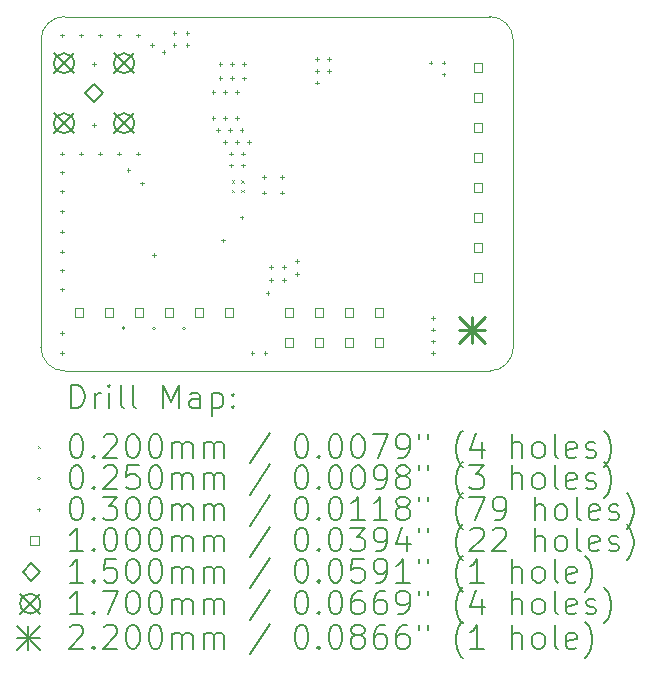
<source format=gbr>
%TF.GenerationSoftware,KiCad,Pcbnew,8.0.8*%
%TF.CreationDate,2025-03-02T22:10:34+01:00*%
%TF.ProjectId,RFM69HW Breakout,52464d36-3948-4572-9042-7265616b6f75,rev?*%
%TF.SameCoordinates,Original*%
%TF.FileFunction,Drillmap*%
%TF.FilePolarity,Positive*%
%FSLAX45Y45*%
G04 Gerber Fmt 4.5, Leading zero omitted, Abs format (unit mm)*
G04 Created by KiCad (PCBNEW 8.0.8) date 2025-03-02 22:10:34*
%MOMM*%
%LPD*%
G01*
G04 APERTURE LIST*
%ADD10C,0.100000*%
%ADD11C,0.200000*%
%ADD12C,0.150000*%
%ADD13C,0.170000*%
%ADD14C,0.220000*%
G04 APERTURE END LIST*
D10*
X14000000Y-11200000D02*
G75*
G02*
X13800000Y-11000000I0J200000D01*
G01*
X13800000Y-8400000D02*
G75*
G02*
X14000000Y-8200000I200000J0D01*
G01*
X13800000Y-11000000D02*
X13800000Y-9280000D01*
X17600000Y-8200000D02*
G75*
G02*
X17800000Y-8400000I0J-200000D01*
G01*
X13800000Y-8400000D02*
X13800000Y-8420000D01*
X14000000Y-8200000D02*
X17600000Y-8200000D01*
X17600000Y-11200000D02*
X14000000Y-11200000D01*
X17800000Y-8400000D02*
X17800000Y-11000000D01*
X17800000Y-11000000D02*
G75*
G02*
X17600000Y-11200000I-200000J0D01*
G01*
X13800000Y-8420000D02*
X13800000Y-9280000D01*
D11*
D10*
X15416608Y-9585742D02*
X15436608Y-9605742D01*
X15436608Y-9585742D02*
X15416608Y-9605742D01*
X15416608Y-9665742D02*
X15436608Y-9685742D01*
X15436608Y-9665742D02*
X15416608Y-9685742D01*
X15496608Y-9585742D02*
X15516608Y-9605742D01*
X15516608Y-9585742D02*
X15496608Y-9605742D01*
X15496608Y-9665742D02*
X15516608Y-9685742D01*
X15516608Y-9665742D02*
X15496608Y-9685742D01*
X14512500Y-10840000D02*
G75*
G02*
X14487500Y-10840000I-12500J0D01*
G01*
X14487500Y-10840000D02*
G75*
G02*
X14512500Y-10840000I12500J0D01*
G01*
X14772500Y-10840000D02*
G75*
G02*
X14747500Y-10840000I-12500J0D01*
G01*
X14747500Y-10840000D02*
G75*
G02*
X14772500Y-10840000I12500J0D01*
G01*
X15022500Y-10840000D02*
G75*
G02*
X14997500Y-10840000I-12500J0D01*
G01*
X14997500Y-10840000D02*
G75*
G02*
X15022500Y-10840000I12500J0D01*
G01*
X13980000Y-8345000D02*
X13980000Y-8375000D01*
X13965000Y-8360000D02*
X13995000Y-8360000D01*
X13980000Y-9345000D02*
X13980000Y-9375000D01*
X13965000Y-9360000D02*
X13995000Y-9360000D01*
X13980000Y-9505000D02*
X13980000Y-9535000D01*
X13965000Y-9520000D02*
X13995000Y-9520000D01*
X13980000Y-9665000D02*
X13980000Y-9695000D01*
X13965000Y-9680000D02*
X13995000Y-9680000D01*
X13980000Y-9835000D02*
X13980000Y-9865000D01*
X13965000Y-9850000D02*
X13995000Y-9850000D01*
X13980000Y-10005000D02*
X13980000Y-10035000D01*
X13965000Y-10020000D02*
X13995000Y-10020000D01*
X13980000Y-10175000D02*
X13980000Y-10205000D01*
X13965000Y-10190000D02*
X13995000Y-10190000D01*
X13980000Y-10335000D02*
X13980000Y-10365000D01*
X13965000Y-10350000D02*
X13995000Y-10350000D01*
X13980000Y-10495000D02*
X13980000Y-10525000D01*
X13965000Y-10510000D02*
X13995000Y-10510000D01*
X13980000Y-10865000D02*
X13980000Y-10895000D01*
X13965000Y-10880000D02*
X13995000Y-10880000D01*
X13980000Y-11035000D02*
X13980000Y-11065000D01*
X13965000Y-11050000D02*
X13995000Y-11050000D01*
X14140000Y-8345000D02*
X14140000Y-8375000D01*
X14125000Y-8360000D02*
X14155000Y-8360000D01*
X14140000Y-9345000D02*
X14140000Y-9375000D01*
X14125000Y-9360000D02*
X14155000Y-9360000D01*
X14249400Y-8585000D02*
X14249400Y-8615000D01*
X14234400Y-8600000D02*
X14264400Y-8600000D01*
X14249400Y-9105000D02*
X14249400Y-9135000D01*
X14234400Y-9120000D02*
X14264400Y-9120000D01*
X14300000Y-8345000D02*
X14300000Y-8375000D01*
X14285000Y-8360000D02*
X14315000Y-8360000D01*
X14300000Y-9345000D02*
X14300000Y-9375000D01*
X14285000Y-9360000D02*
X14315000Y-9360000D01*
X14460000Y-8345000D02*
X14460000Y-8375000D01*
X14445000Y-8360000D02*
X14475000Y-8360000D01*
X14460000Y-9345000D02*
X14460000Y-9375000D01*
X14445000Y-9360000D02*
X14475000Y-9360000D01*
X14540000Y-9485000D02*
X14540000Y-9515000D01*
X14525000Y-9500000D02*
X14555000Y-9500000D01*
X14620000Y-8345000D02*
X14620000Y-8375000D01*
X14605000Y-8360000D02*
X14635000Y-8360000D01*
X14620000Y-9345000D02*
X14620000Y-9375000D01*
X14605000Y-9360000D02*
X14635000Y-9360000D01*
X14655800Y-9597200D02*
X14655800Y-9627200D01*
X14640800Y-9612200D02*
X14670800Y-9612200D01*
X14740000Y-8425000D02*
X14740000Y-8455000D01*
X14725000Y-8440000D02*
X14755000Y-8440000D01*
X14760000Y-10205000D02*
X14760000Y-10235000D01*
X14745000Y-10220000D02*
X14775000Y-10220000D01*
X14840000Y-8485000D02*
X14840000Y-8515000D01*
X14825000Y-8500000D02*
X14855000Y-8500000D01*
X14930000Y-8325000D02*
X14930000Y-8355000D01*
X14915000Y-8340000D02*
X14945000Y-8340000D01*
X14930000Y-8425000D02*
X14930000Y-8455000D01*
X14915000Y-8440000D02*
X14945000Y-8440000D01*
X15040000Y-8325000D02*
X15040000Y-8355000D01*
X15025000Y-8340000D02*
X15055000Y-8340000D01*
X15040000Y-8425000D02*
X15040000Y-8455000D01*
X15025000Y-8440000D02*
X15055000Y-8440000D01*
X15260000Y-8825000D02*
X15260000Y-8855000D01*
X15245000Y-8840000D02*
X15275000Y-8840000D01*
X15260000Y-9045000D02*
X15260000Y-9075000D01*
X15245000Y-9060000D02*
X15275000Y-9060000D01*
X15300000Y-9145000D02*
X15300000Y-9175000D01*
X15285000Y-9160000D02*
X15315000Y-9160000D01*
X15320000Y-8585000D02*
X15320000Y-8615000D01*
X15305000Y-8600000D02*
X15335000Y-8600000D01*
X15320000Y-8705000D02*
X15320000Y-8735000D01*
X15305000Y-8720000D02*
X15335000Y-8720000D01*
X15341600Y-10079800D02*
X15341600Y-10109800D01*
X15326600Y-10094800D02*
X15356600Y-10094800D01*
X15360000Y-8825000D02*
X15360000Y-8855000D01*
X15345000Y-8840000D02*
X15375000Y-8840000D01*
X15360000Y-9045000D02*
X15360000Y-9075000D01*
X15345000Y-9060000D02*
X15375000Y-9060000D01*
X15360000Y-9245000D02*
X15360000Y-9275000D01*
X15345000Y-9260000D02*
X15375000Y-9260000D01*
X15400000Y-9145000D02*
X15400000Y-9175000D01*
X15385000Y-9160000D02*
X15415000Y-9160000D01*
X15410000Y-9345000D02*
X15410000Y-9375000D01*
X15395000Y-9360000D02*
X15425000Y-9360000D01*
X15410000Y-9445000D02*
X15410000Y-9475000D01*
X15395000Y-9460000D02*
X15425000Y-9460000D01*
X15420000Y-8585000D02*
X15420000Y-8615000D01*
X15405000Y-8600000D02*
X15435000Y-8600000D01*
X15420000Y-8705000D02*
X15420000Y-8735000D01*
X15405000Y-8720000D02*
X15435000Y-8720000D01*
X15460000Y-8825000D02*
X15460000Y-8855000D01*
X15445000Y-8840000D02*
X15475000Y-8840000D01*
X15460000Y-9045000D02*
X15460000Y-9075000D01*
X15445000Y-9060000D02*
X15475000Y-9060000D01*
X15460000Y-9245000D02*
X15460000Y-9275000D01*
X15445000Y-9260000D02*
X15475000Y-9260000D01*
X15500000Y-9145000D02*
X15500000Y-9175000D01*
X15485000Y-9160000D02*
X15515000Y-9160000D01*
X15500000Y-9885000D02*
X15500000Y-9915000D01*
X15485000Y-9900000D02*
X15515000Y-9900000D01*
X15510000Y-9345000D02*
X15510000Y-9375000D01*
X15495000Y-9360000D02*
X15525000Y-9360000D01*
X15510000Y-9445000D02*
X15510000Y-9475000D01*
X15495000Y-9460000D02*
X15525000Y-9460000D01*
X15520000Y-8586000D02*
X15520000Y-8616000D01*
X15505000Y-8601000D02*
X15535000Y-8601000D01*
X15520000Y-8708200D02*
X15520000Y-8738200D01*
X15505000Y-8723200D02*
X15535000Y-8723200D01*
X15560000Y-9245000D02*
X15560000Y-9275000D01*
X15545000Y-9260000D02*
X15575000Y-9260000D01*
X15590000Y-11035000D02*
X15590000Y-11065000D01*
X15575000Y-11050000D02*
X15605000Y-11050000D01*
X15690000Y-9545000D02*
X15690000Y-9575000D01*
X15675000Y-9560000D02*
X15705000Y-9560000D01*
X15690000Y-9675000D02*
X15690000Y-9705000D01*
X15675000Y-9690000D02*
X15705000Y-9690000D01*
X15700000Y-11035000D02*
X15700000Y-11065000D01*
X15685000Y-11050000D02*
X15715000Y-11050000D01*
X15720000Y-10525000D02*
X15720000Y-10555000D01*
X15705000Y-10540000D02*
X15735000Y-10540000D01*
X15750000Y-10305000D02*
X15750000Y-10335000D01*
X15735000Y-10320000D02*
X15765000Y-10320000D01*
X15750000Y-10415000D02*
X15750000Y-10445000D01*
X15735000Y-10430000D02*
X15765000Y-10430000D01*
X15840000Y-9545000D02*
X15840000Y-9575000D01*
X15825000Y-9560000D02*
X15855000Y-9560000D01*
X15840000Y-9675000D02*
X15840000Y-9705000D01*
X15825000Y-9690000D02*
X15855000Y-9690000D01*
X15860000Y-10305000D02*
X15860000Y-10335000D01*
X15845000Y-10320000D02*
X15875000Y-10320000D01*
X15860000Y-10415000D02*
X15860000Y-10445000D01*
X15845000Y-10430000D02*
X15875000Y-10430000D01*
X15970000Y-10255000D02*
X15970000Y-10285000D01*
X15955000Y-10270000D02*
X15985000Y-10270000D01*
X15970000Y-10365000D02*
X15970000Y-10395000D01*
X15955000Y-10380000D02*
X15985000Y-10380000D01*
X16140000Y-8545000D02*
X16140000Y-8575000D01*
X16125000Y-8560000D02*
X16155000Y-8560000D01*
X16140000Y-8645000D02*
X16140000Y-8675000D01*
X16125000Y-8660000D02*
X16155000Y-8660000D01*
X16140000Y-8745000D02*
X16140000Y-8775000D01*
X16125000Y-8760000D02*
X16155000Y-8760000D01*
X16240000Y-8545000D02*
X16240000Y-8575000D01*
X16225000Y-8560000D02*
X16255000Y-8560000D01*
X16240000Y-8645000D02*
X16240000Y-8675000D01*
X16225000Y-8660000D02*
X16255000Y-8660000D01*
X17100000Y-8575000D02*
X17100000Y-8605000D01*
X17085000Y-8590000D02*
X17115000Y-8590000D01*
X17120000Y-10735000D02*
X17120000Y-10765000D01*
X17105000Y-10750000D02*
X17135000Y-10750000D01*
X17120000Y-10835000D02*
X17120000Y-10865000D01*
X17105000Y-10850000D02*
X17135000Y-10850000D01*
X17120000Y-10935000D02*
X17120000Y-10965000D01*
X17105000Y-10950000D02*
X17135000Y-10950000D01*
X17120000Y-11035000D02*
X17120000Y-11065000D01*
X17105000Y-11050000D02*
X17135000Y-11050000D01*
X17210000Y-8575000D02*
X17210000Y-8605000D01*
X17195000Y-8590000D02*
X17225000Y-8590000D01*
X17210000Y-8675000D02*
X17210000Y-8705000D01*
X17195000Y-8690000D02*
X17225000Y-8690000D01*
X14157756Y-10741456D02*
X14157756Y-10670744D01*
X14087044Y-10670744D01*
X14087044Y-10741456D01*
X14157756Y-10741456D01*
X14411756Y-10741456D02*
X14411756Y-10670744D01*
X14341044Y-10670744D01*
X14341044Y-10741456D01*
X14411756Y-10741456D01*
X14665756Y-10741456D02*
X14665756Y-10670744D01*
X14595044Y-10670744D01*
X14595044Y-10741456D01*
X14665756Y-10741456D01*
X14919756Y-10741456D02*
X14919756Y-10670744D01*
X14849044Y-10670744D01*
X14849044Y-10741456D01*
X14919756Y-10741456D01*
X15173756Y-10741456D02*
X15173756Y-10670744D01*
X15103044Y-10670744D01*
X15103044Y-10741456D01*
X15173756Y-10741456D01*
X15427756Y-10741456D02*
X15427756Y-10670744D01*
X15357044Y-10670744D01*
X15357044Y-10741456D01*
X15427756Y-10741456D01*
X15935756Y-10739756D02*
X15935756Y-10669044D01*
X15865044Y-10669044D01*
X15865044Y-10739756D01*
X15935756Y-10739756D01*
X15935756Y-10993756D02*
X15935756Y-10923044D01*
X15865044Y-10923044D01*
X15865044Y-10993756D01*
X15935756Y-10993756D01*
X16189756Y-10739756D02*
X16189756Y-10669044D01*
X16119044Y-10669044D01*
X16119044Y-10739756D01*
X16189756Y-10739756D01*
X16189756Y-10993756D02*
X16189756Y-10923044D01*
X16119044Y-10923044D01*
X16119044Y-10993756D01*
X16189756Y-10993756D01*
X16443756Y-10739756D02*
X16443756Y-10669044D01*
X16373044Y-10669044D01*
X16373044Y-10739756D01*
X16443756Y-10739756D01*
X16443756Y-10993756D02*
X16443756Y-10923044D01*
X16373044Y-10923044D01*
X16373044Y-10993756D01*
X16443756Y-10993756D01*
X16697756Y-10739756D02*
X16697756Y-10669044D01*
X16627044Y-10669044D01*
X16627044Y-10739756D01*
X16697756Y-10739756D01*
X16697756Y-10993756D02*
X16697756Y-10923044D01*
X16627044Y-10923044D01*
X16627044Y-10993756D01*
X16697756Y-10993756D01*
X17535356Y-8667356D02*
X17535356Y-8596644D01*
X17464644Y-8596644D01*
X17464644Y-8667356D01*
X17535356Y-8667356D01*
X17535356Y-8921356D02*
X17535356Y-8850644D01*
X17464644Y-8850644D01*
X17464644Y-8921356D01*
X17535356Y-8921356D01*
X17535356Y-9175356D02*
X17535356Y-9104644D01*
X17464644Y-9104644D01*
X17464644Y-9175356D01*
X17535356Y-9175356D01*
X17535356Y-9429356D02*
X17535356Y-9358644D01*
X17464644Y-9358644D01*
X17464644Y-9429356D01*
X17535356Y-9429356D01*
X17535356Y-9683356D02*
X17535356Y-9612644D01*
X17464644Y-9612644D01*
X17464644Y-9683356D01*
X17535356Y-9683356D01*
X17535356Y-9937356D02*
X17535356Y-9866644D01*
X17464644Y-9866644D01*
X17464644Y-9937356D01*
X17535356Y-9937356D01*
X17535356Y-10191356D02*
X17535356Y-10120644D01*
X17464644Y-10120644D01*
X17464644Y-10191356D01*
X17535356Y-10191356D01*
X17535356Y-10445356D02*
X17535356Y-10374644D01*
X17464644Y-10374644D01*
X17464644Y-10445356D01*
X17535356Y-10445356D01*
D12*
X14250000Y-8925000D02*
X14325000Y-8850000D01*
X14250000Y-8775000D01*
X14175000Y-8850000D01*
X14250000Y-8925000D01*
D13*
X13911000Y-8511000D02*
X14081000Y-8681000D01*
X14081000Y-8511000D02*
X13911000Y-8681000D01*
X14081000Y-8596000D02*
G75*
G02*
X13911000Y-8596000I-85000J0D01*
G01*
X13911000Y-8596000D02*
G75*
G02*
X14081000Y-8596000I85000J0D01*
G01*
X13911000Y-9019000D02*
X14081000Y-9189000D01*
X14081000Y-9019000D02*
X13911000Y-9189000D01*
X14081000Y-9104000D02*
G75*
G02*
X13911000Y-9104000I-85000J0D01*
G01*
X13911000Y-9104000D02*
G75*
G02*
X14081000Y-9104000I85000J0D01*
G01*
X14419000Y-8511000D02*
X14589000Y-8681000D01*
X14589000Y-8511000D02*
X14419000Y-8681000D01*
X14589000Y-8596000D02*
G75*
G02*
X14419000Y-8596000I-85000J0D01*
G01*
X14419000Y-8596000D02*
G75*
G02*
X14589000Y-8596000I85000J0D01*
G01*
X14419000Y-9019000D02*
X14589000Y-9189000D01*
X14589000Y-9019000D02*
X14419000Y-9189000D01*
X14589000Y-9104000D02*
G75*
G02*
X14419000Y-9104000I-85000J0D01*
G01*
X14419000Y-9104000D02*
G75*
G02*
X14589000Y-9104000I85000J0D01*
G01*
D14*
X17340000Y-10740000D02*
X17560000Y-10960000D01*
X17560000Y-10740000D02*
X17340000Y-10960000D01*
X17450000Y-10740000D02*
X17450000Y-10960000D01*
X17340000Y-10850000D02*
X17560000Y-10850000D01*
D11*
X14055777Y-11516484D02*
X14055777Y-11316484D01*
X14055777Y-11316484D02*
X14103396Y-11316484D01*
X14103396Y-11316484D02*
X14131967Y-11326008D01*
X14131967Y-11326008D02*
X14151015Y-11345055D01*
X14151015Y-11345055D02*
X14160539Y-11364103D01*
X14160539Y-11364103D02*
X14170062Y-11402198D01*
X14170062Y-11402198D02*
X14170062Y-11430769D01*
X14170062Y-11430769D02*
X14160539Y-11468865D01*
X14160539Y-11468865D02*
X14151015Y-11487912D01*
X14151015Y-11487912D02*
X14131967Y-11506960D01*
X14131967Y-11506960D02*
X14103396Y-11516484D01*
X14103396Y-11516484D02*
X14055777Y-11516484D01*
X14255777Y-11516484D02*
X14255777Y-11383150D01*
X14255777Y-11421246D02*
X14265301Y-11402198D01*
X14265301Y-11402198D02*
X14274824Y-11392674D01*
X14274824Y-11392674D02*
X14293872Y-11383150D01*
X14293872Y-11383150D02*
X14312920Y-11383150D01*
X14379586Y-11516484D02*
X14379586Y-11383150D01*
X14379586Y-11316484D02*
X14370062Y-11326008D01*
X14370062Y-11326008D02*
X14379586Y-11335531D01*
X14379586Y-11335531D02*
X14389110Y-11326008D01*
X14389110Y-11326008D02*
X14379586Y-11316484D01*
X14379586Y-11316484D02*
X14379586Y-11335531D01*
X14503396Y-11516484D02*
X14484348Y-11506960D01*
X14484348Y-11506960D02*
X14474824Y-11487912D01*
X14474824Y-11487912D02*
X14474824Y-11316484D01*
X14608158Y-11516484D02*
X14589110Y-11506960D01*
X14589110Y-11506960D02*
X14579586Y-11487912D01*
X14579586Y-11487912D02*
X14579586Y-11316484D01*
X14836729Y-11516484D02*
X14836729Y-11316484D01*
X14836729Y-11316484D02*
X14903396Y-11459341D01*
X14903396Y-11459341D02*
X14970062Y-11316484D01*
X14970062Y-11316484D02*
X14970062Y-11516484D01*
X15151015Y-11516484D02*
X15151015Y-11411722D01*
X15151015Y-11411722D02*
X15141491Y-11392674D01*
X15141491Y-11392674D02*
X15122443Y-11383150D01*
X15122443Y-11383150D02*
X15084348Y-11383150D01*
X15084348Y-11383150D02*
X15065301Y-11392674D01*
X15151015Y-11506960D02*
X15131967Y-11516484D01*
X15131967Y-11516484D02*
X15084348Y-11516484D01*
X15084348Y-11516484D02*
X15065301Y-11506960D01*
X15065301Y-11506960D02*
X15055777Y-11487912D01*
X15055777Y-11487912D02*
X15055777Y-11468865D01*
X15055777Y-11468865D02*
X15065301Y-11449817D01*
X15065301Y-11449817D02*
X15084348Y-11440293D01*
X15084348Y-11440293D02*
X15131967Y-11440293D01*
X15131967Y-11440293D02*
X15151015Y-11430769D01*
X15246253Y-11383150D02*
X15246253Y-11583150D01*
X15246253Y-11392674D02*
X15265301Y-11383150D01*
X15265301Y-11383150D02*
X15303396Y-11383150D01*
X15303396Y-11383150D02*
X15322443Y-11392674D01*
X15322443Y-11392674D02*
X15331967Y-11402198D01*
X15331967Y-11402198D02*
X15341491Y-11421246D01*
X15341491Y-11421246D02*
X15341491Y-11478388D01*
X15341491Y-11478388D02*
X15331967Y-11497436D01*
X15331967Y-11497436D02*
X15322443Y-11506960D01*
X15322443Y-11506960D02*
X15303396Y-11516484D01*
X15303396Y-11516484D02*
X15265301Y-11516484D01*
X15265301Y-11516484D02*
X15246253Y-11506960D01*
X15427205Y-11497436D02*
X15436729Y-11506960D01*
X15436729Y-11506960D02*
X15427205Y-11516484D01*
X15427205Y-11516484D02*
X15417682Y-11506960D01*
X15417682Y-11506960D02*
X15427205Y-11497436D01*
X15427205Y-11497436D02*
X15427205Y-11516484D01*
X15427205Y-11392674D02*
X15436729Y-11402198D01*
X15436729Y-11402198D02*
X15427205Y-11411722D01*
X15427205Y-11411722D02*
X15417682Y-11402198D01*
X15417682Y-11402198D02*
X15427205Y-11392674D01*
X15427205Y-11392674D02*
X15427205Y-11411722D01*
D10*
X13775000Y-11835000D02*
X13795000Y-11855000D01*
X13795000Y-11835000D02*
X13775000Y-11855000D01*
D11*
X14093872Y-11736484D02*
X14112920Y-11736484D01*
X14112920Y-11736484D02*
X14131967Y-11746008D01*
X14131967Y-11746008D02*
X14141491Y-11755531D01*
X14141491Y-11755531D02*
X14151015Y-11774579D01*
X14151015Y-11774579D02*
X14160539Y-11812674D01*
X14160539Y-11812674D02*
X14160539Y-11860293D01*
X14160539Y-11860293D02*
X14151015Y-11898388D01*
X14151015Y-11898388D02*
X14141491Y-11917436D01*
X14141491Y-11917436D02*
X14131967Y-11926960D01*
X14131967Y-11926960D02*
X14112920Y-11936484D01*
X14112920Y-11936484D02*
X14093872Y-11936484D01*
X14093872Y-11936484D02*
X14074824Y-11926960D01*
X14074824Y-11926960D02*
X14065301Y-11917436D01*
X14065301Y-11917436D02*
X14055777Y-11898388D01*
X14055777Y-11898388D02*
X14046253Y-11860293D01*
X14046253Y-11860293D02*
X14046253Y-11812674D01*
X14046253Y-11812674D02*
X14055777Y-11774579D01*
X14055777Y-11774579D02*
X14065301Y-11755531D01*
X14065301Y-11755531D02*
X14074824Y-11746008D01*
X14074824Y-11746008D02*
X14093872Y-11736484D01*
X14246253Y-11917436D02*
X14255777Y-11926960D01*
X14255777Y-11926960D02*
X14246253Y-11936484D01*
X14246253Y-11936484D02*
X14236729Y-11926960D01*
X14236729Y-11926960D02*
X14246253Y-11917436D01*
X14246253Y-11917436D02*
X14246253Y-11936484D01*
X14331967Y-11755531D02*
X14341491Y-11746008D01*
X14341491Y-11746008D02*
X14360539Y-11736484D01*
X14360539Y-11736484D02*
X14408158Y-11736484D01*
X14408158Y-11736484D02*
X14427205Y-11746008D01*
X14427205Y-11746008D02*
X14436729Y-11755531D01*
X14436729Y-11755531D02*
X14446253Y-11774579D01*
X14446253Y-11774579D02*
X14446253Y-11793627D01*
X14446253Y-11793627D02*
X14436729Y-11822198D01*
X14436729Y-11822198D02*
X14322443Y-11936484D01*
X14322443Y-11936484D02*
X14446253Y-11936484D01*
X14570062Y-11736484D02*
X14589110Y-11736484D01*
X14589110Y-11736484D02*
X14608158Y-11746008D01*
X14608158Y-11746008D02*
X14617682Y-11755531D01*
X14617682Y-11755531D02*
X14627205Y-11774579D01*
X14627205Y-11774579D02*
X14636729Y-11812674D01*
X14636729Y-11812674D02*
X14636729Y-11860293D01*
X14636729Y-11860293D02*
X14627205Y-11898388D01*
X14627205Y-11898388D02*
X14617682Y-11917436D01*
X14617682Y-11917436D02*
X14608158Y-11926960D01*
X14608158Y-11926960D02*
X14589110Y-11936484D01*
X14589110Y-11936484D02*
X14570062Y-11936484D01*
X14570062Y-11936484D02*
X14551015Y-11926960D01*
X14551015Y-11926960D02*
X14541491Y-11917436D01*
X14541491Y-11917436D02*
X14531967Y-11898388D01*
X14531967Y-11898388D02*
X14522443Y-11860293D01*
X14522443Y-11860293D02*
X14522443Y-11812674D01*
X14522443Y-11812674D02*
X14531967Y-11774579D01*
X14531967Y-11774579D02*
X14541491Y-11755531D01*
X14541491Y-11755531D02*
X14551015Y-11746008D01*
X14551015Y-11746008D02*
X14570062Y-11736484D01*
X14760539Y-11736484D02*
X14779586Y-11736484D01*
X14779586Y-11736484D02*
X14798634Y-11746008D01*
X14798634Y-11746008D02*
X14808158Y-11755531D01*
X14808158Y-11755531D02*
X14817682Y-11774579D01*
X14817682Y-11774579D02*
X14827205Y-11812674D01*
X14827205Y-11812674D02*
X14827205Y-11860293D01*
X14827205Y-11860293D02*
X14817682Y-11898388D01*
X14817682Y-11898388D02*
X14808158Y-11917436D01*
X14808158Y-11917436D02*
X14798634Y-11926960D01*
X14798634Y-11926960D02*
X14779586Y-11936484D01*
X14779586Y-11936484D02*
X14760539Y-11936484D01*
X14760539Y-11936484D02*
X14741491Y-11926960D01*
X14741491Y-11926960D02*
X14731967Y-11917436D01*
X14731967Y-11917436D02*
X14722443Y-11898388D01*
X14722443Y-11898388D02*
X14712920Y-11860293D01*
X14712920Y-11860293D02*
X14712920Y-11812674D01*
X14712920Y-11812674D02*
X14722443Y-11774579D01*
X14722443Y-11774579D02*
X14731967Y-11755531D01*
X14731967Y-11755531D02*
X14741491Y-11746008D01*
X14741491Y-11746008D02*
X14760539Y-11736484D01*
X14912920Y-11936484D02*
X14912920Y-11803150D01*
X14912920Y-11822198D02*
X14922443Y-11812674D01*
X14922443Y-11812674D02*
X14941491Y-11803150D01*
X14941491Y-11803150D02*
X14970063Y-11803150D01*
X14970063Y-11803150D02*
X14989110Y-11812674D01*
X14989110Y-11812674D02*
X14998634Y-11831722D01*
X14998634Y-11831722D02*
X14998634Y-11936484D01*
X14998634Y-11831722D02*
X15008158Y-11812674D01*
X15008158Y-11812674D02*
X15027205Y-11803150D01*
X15027205Y-11803150D02*
X15055777Y-11803150D01*
X15055777Y-11803150D02*
X15074824Y-11812674D01*
X15074824Y-11812674D02*
X15084348Y-11831722D01*
X15084348Y-11831722D02*
X15084348Y-11936484D01*
X15179586Y-11936484D02*
X15179586Y-11803150D01*
X15179586Y-11822198D02*
X15189110Y-11812674D01*
X15189110Y-11812674D02*
X15208158Y-11803150D01*
X15208158Y-11803150D02*
X15236729Y-11803150D01*
X15236729Y-11803150D02*
X15255777Y-11812674D01*
X15255777Y-11812674D02*
X15265301Y-11831722D01*
X15265301Y-11831722D02*
X15265301Y-11936484D01*
X15265301Y-11831722D02*
X15274824Y-11812674D01*
X15274824Y-11812674D02*
X15293872Y-11803150D01*
X15293872Y-11803150D02*
X15322443Y-11803150D01*
X15322443Y-11803150D02*
X15341491Y-11812674D01*
X15341491Y-11812674D02*
X15351015Y-11831722D01*
X15351015Y-11831722D02*
X15351015Y-11936484D01*
X15741491Y-11726960D02*
X15570063Y-11984103D01*
X15998634Y-11736484D02*
X16017682Y-11736484D01*
X16017682Y-11736484D02*
X16036729Y-11746008D01*
X16036729Y-11746008D02*
X16046253Y-11755531D01*
X16046253Y-11755531D02*
X16055777Y-11774579D01*
X16055777Y-11774579D02*
X16065301Y-11812674D01*
X16065301Y-11812674D02*
X16065301Y-11860293D01*
X16065301Y-11860293D02*
X16055777Y-11898388D01*
X16055777Y-11898388D02*
X16046253Y-11917436D01*
X16046253Y-11917436D02*
X16036729Y-11926960D01*
X16036729Y-11926960D02*
X16017682Y-11936484D01*
X16017682Y-11936484D02*
X15998634Y-11936484D01*
X15998634Y-11936484D02*
X15979586Y-11926960D01*
X15979586Y-11926960D02*
X15970063Y-11917436D01*
X15970063Y-11917436D02*
X15960539Y-11898388D01*
X15960539Y-11898388D02*
X15951015Y-11860293D01*
X15951015Y-11860293D02*
X15951015Y-11812674D01*
X15951015Y-11812674D02*
X15960539Y-11774579D01*
X15960539Y-11774579D02*
X15970063Y-11755531D01*
X15970063Y-11755531D02*
X15979586Y-11746008D01*
X15979586Y-11746008D02*
X15998634Y-11736484D01*
X16151015Y-11917436D02*
X16160539Y-11926960D01*
X16160539Y-11926960D02*
X16151015Y-11936484D01*
X16151015Y-11936484D02*
X16141491Y-11926960D01*
X16141491Y-11926960D02*
X16151015Y-11917436D01*
X16151015Y-11917436D02*
X16151015Y-11936484D01*
X16284348Y-11736484D02*
X16303396Y-11736484D01*
X16303396Y-11736484D02*
X16322444Y-11746008D01*
X16322444Y-11746008D02*
X16331967Y-11755531D01*
X16331967Y-11755531D02*
X16341491Y-11774579D01*
X16341491Y-11774579D02*
X16351015Y-11812674D01*
X16351015Y-11812674D02*
X16351015Y-11860293D01*
X16351015Y-11860293D02*
X16341491Y-11898388D01*
X16341491Y-11898388D02*
X16331967Y-11917436D01*
X16331967Y-11917436D02*
X16322444Y-11926960D01*
X16322444Y-11926960D02*
X16303396Y-11936484D01*
X16303396Y-11936484D02*
X16284348Y-11936484D01*
X16284348Y-11936484D02*
X16265301Y-11926960D01*
X16265301Y-11926960D02*
X16255777Y-11917436D01*
X16255777Y-11917436D02*
X16246253Y-11898388D01*
X16246253Y-11898388D02*
X16236729Y-11860293D01*
X16236729Y-11860293D02*
X16236729Y-11812674D01*
X16236729Y-11812674D02*
X16246253Y-11774579D01*
X16246253Y-11774579D02*
X16255777Y-11755531D01*
X16255777Y-11755531D02*
X16265301Y-11746008D01*
X16265301Y-11746008D02*
X16284348Y-11736484D01*
X16474825Y-11736484D02*
X16493872Y-11736484D01*
X16493872Y-11736484D02*
X16512920Y-11746008D01*
X16512920Y-11746008D02*
X16522444Y-11755531D01*
X16522444Y-11755531D02*
X16531967Y-11774579D01*
X16531967Y-11774579D02*
X16541491Y-11812674D01*
X16541491Y-11812674D02*
X16541491Y-11860293D01*
X16541491Y-11860293D02*
X16531967Y-11898388D01*
X16531967Y-11898388D02*
X16522444Y-11917436D01*
X16522444Y-11917436D02*
X16512920Y-11926960D01*
X16512920Y-11926960D02*
X16493872Y-11936484D01*
X16493872Y-11936484D02*
X16474825Y-11936484D01*
X16474825Y-11936484D02*
X16455777Y-11926960D01*
X16455777Y-11926960D02*
X16446253Y-11917436D01*
X16446253Y-11917436D02*
X16436729Y-11898388D01*
X16436729Y-11898388D02*
X16427206Y-11860293D01*
X16427206Y-11860293D02*
X16427206Y-11812674D01*
X16427206Y-11812674D02*
X16436729Y-11774579D01*
X16436729Y-11774579D02*
X16446253Y-11755531D01*
X16446253Y-11755531D02*
X16455777Y-11746008D01*
X16455777Y-11746008D02*
X16474825Y-11736484D01*
X16608158Y-11736484D02*
X16741491Y-11736484D01*
X16741491Y-11736484D02*
X16655777Y-11936484D01*
X16827206Y-11936484D02*
X16865301Y-11936484D01*
X16865301Y-11936484D02*
X16884349Y-11926960D01*
X16884349Y-11926960D02*
X16893872Y-11917436D01*
X16893872Y-11917436D02*
X16912920Y-11888865D01*
X16912920Y-11888865D02*
X16922444Y-11850769D01*
X16922444Y-11850769D02*
X16922444Y-11774579D01*
X16922444Y-11774579D02*
X16912920Y-11755531D01*
X16912920Y-11755531D02*
X16903396Y-11746008D01*
X16903396Y-11746008D02*
X16884349Y-11736484D01*
X16884349Y-11736484D02*
X16846253Y-11736484D01*
X16846253Y-11736484D02*
X16827206Y-11746008D01*
X16827206Y-11746008D02*
X16817682Y-11755531D01*
X16817682Y-11755531D02*
X16808158Y-11774579D01*
X16808158Y-11774579D02*
X16808158Y-11822198D01*
X16808158Y-11822198D02*
X16817682Y-11841246D01*
X16817682Y-11841246D02*
X16827206Y-11850769D01*
X16827206Y-11850769D02*
X16846253Y-11860293D01*
X16846253Y-11860293D02*
X16884349Y-11860293D01*
X16884349Y-11860293D02*
X16903396Y-11850769D01*
X16903396Y-11850769D02*
X16912920Y-11841246D01*
X16912920Y-11841246D02*
X16922444Y-11822198D01*
X16998634Y-11736484D02*
X16998634Y-11774579D01*
X17074825Y-11736484D02*
X17074825Y-11774579D01*
X17370063Y-12012674D02*
X17360539Y-12003150D01*
X17360539Y-12003150D02*
X17341491Y-11974579D01*
X17341491Y-11974579D02*
X17331968Y-11955531D01*
X17331968Y-11955531D02*
X17322444Y-11926960D01*
X17322444Y-11926960D02*
X17312920Y-11879341D01*
X17312920Y-11879341D02*
X17312920Y-11841246D01*
X17312920Y-11841246D02*
X17322444Y-11793627D01*
X17322444Y-11793627D02*
X17331968Y-11765055D01*
X17331968Y-11765055D02*
X17341491Y-11746008D01*
X17341491Y-11746008D02*
X17360539Y-11717436D01*
X17360539Y-11717436D02*
X17370063Y-11707912D01*
X17531968Y-11803150D02*
X17531968Y-11936484D01*
X17484349Y-11726960D02*
X17436730Y-11869817D01*
X17436730Y-11869817D02*
X17560539Y-11869817D01*
X17789111Y-11936484D02*
X17789111Y-11736484D01*
X17874825Y-11936484D02*
X17874825Y-11831722D01*
X17874825Y-11831722D02*
X17865301Y-11812674D01*
X17865301Y-11812674D02*
X17846253Y-11803150D01*
X17846253Y-11803150D02*
X17817682Y-11803150D01*
X17817682Y-11803150D02*
X17798634Y-11812674D01*
X17798634Y-11812674D02*
X17789111Y-11822198D01*
X17998634Y-11936484D02*
X17979587Y-11926960D01*
X17979587Y-11926960D02*
X17970063Y-11917436D01*
X17970063Y-11917436D02*
X17960539Y-11898388D01*
X17960539Y-11898388D02*
X17960539Y-11841246D01*
X17960539Y-11841246D02*
X17970063Y-11822198D01*
X17970063Y-11822198D02*
X17979587Y-11812674D01*
X17979587Y-11812674D02*
X17998634Y-11803150D01*
X17998634Y-11803150D02*
X18027206Y-11803150D01*
X18027206Y-11803150D02*
X18046253Y-11812674D01*
X18046253Y-11812674D02*
X18055777Y-11822198D01*
X18055777Y-11822198D02*
X18065301Y-11841246D01*
X18065301Y-11841246D02*
X18065301Y-11898388D01*
X18065301Y-11898388D02*
X18055777Y-11917436D01*
X18055777Y-11917436D02*
X18046253Y-11926960D01*
X18046253Y-11926960D02*
X18027206Y-11936484D01*
X18027206Y-11936484D02*
X17998634Y-11936484D01*
X18179587Y-11936484D02*
X18160539Y-11926960D01*
X18160539Y-11926960D02*
X18151015Y-11907912D01*
X18151015Y-11907912D02*
X18151015Y-11736484D01*
X18331968Y-11926960D02*
X18312920Y-11936484D01*
X18312920Y-11936484D02*
X18274825Y-11936484D01*
X18274825Y-11936484D02*
X18255777Y-11926960D01*
X18255777Y-11926960D02*
X18246253Y-11907912D01*
X18246253Y-11907912D02*
X18246253Y-11831722D01*
X18246253Y-11831722D02*
X18255777Y-11812674D01*
X18255777Y-11812674D02*
X18274825Y-11803150D01*
X18274825Y-11803150D02*
X18312920Y-11803150D01*
X18312920Y-11803150D02*
X18331968Y-11812674D01*
X18331968Y-11812674D02*
X18341492Y-11831722D01*
X18341492Y-11831722D02*
X18341492Y-11850769D01*
X18341492Y-11850769D02*
X18246253Y-11869817D01*
X18417682Y-11926960D02*
X18436730Y-11936484D01*
X18436730Y-11936484D02*
X18474825Y-11936484D01*
X18474825Y-11936484D02*
X18493873Y-11926960D01*
X18493873Y-11926960D02*
X18503396Y-11907912D01*
X18503396Y-11907912D02*
X18503396Y-11898388D01*
X18503396Y-11898388D02*
X18493873Y-11879341D01*
X18493873Y-11879341D02*
X18474825Y-11869817D01*
X18474825Y-11869817D02*
X18446253Y-11869817D01*
X18446253Y-11869817D02*
X18427206Y-11860293D01*
X18427206Y-11860293D02*
X18417682Y-11841246D01*
X18417682Y-11841246D02*
X18417682Y-11831722D01*
X18417682Y-11831722D02*
X18427206Y-11812674D01*
X18427206Y-11812674D02*
X18446253Y-11803150D01*
X18446253Y-11803150D02*
X18474825Y-11803150D01*
X18474825Y-11803150D02*
X18493873Y-11812674D01*
X18570063Y-12012674D02*
X18579587Y-12003150D01*
X18579587Y-12003150D02*
X18598634Y-11974579D01*
X18598634Y-11974579D02*
X18608158Y-11955531D01*
X18608158Y-11955531D02*
X18617682Y-11926960D01*
X18617682Y-11926960D02*
X18627206Y-11879341D01*
X18627206Y-11879341D02*
X18627206Y-11841246D01*
X18627206Y-11841246D02*
X18617682Y-11793627D01*
X18617682Y-11793627D02*
X18608158Y-11765055D01*
X18608158Y-11765055D02*
X18598634Y-11746008D01*
X18598634Y-11746008D02*
X18579587Y-11717436D01*
X18579587Y-11717436D02*
X18570063Y-11707912D01*
D10*
X13795000Y-12109000D02*
G75*
G02*
X13770000Y-12109000I-12500J0D01*
G01*
X13770000Y-12109000D02*
G75*
G02*
X13795000Y-12109000I12500J0D01*
G01*
D11*
X14093872Y-12000484D02*
X14112920Y-12000484D01*
X14112920Y-12000484D02*
X14131967Y-12010008D01*
X14131967Y-12010008D02*
X14141491Y-12019531D01*
X14141491Y-12019531D02*
X14151015Y-12038579D01*
X14151015Y-12038579D02*
X14160539Y-12076674D01*
X14160539Y-12076674D02*
X14160539Y-12124293D01*
X14160539Y-12124293D02*
X14151015Y-12162388D01*
X14151015Y-12162388D02*
X14141491Y-12181436D01*
X14141491Y-12181436D02*
X14131967Y-12190960D01*
X14131967Y-12190960D02*
X14112920Y-12200484D01*
X14112920Y-12200484D02*
X14093872Y-12200484D01*
X14093872Y-12200484D02*
X14074824Y-12190960D01*
X14074824Y-12190960D02*
X14065301Y-12181436D01*
X14065301Y-12181436D02*
X14055777Y-12162388D01*
X14055777Y-12162388D02*
X14046253Y-12124293D01*
X14046253Y-12124293D02*
X14046253Y-12076674D01*
X14046253Y-12076674D02*
X14055777Y-12038579D01*
X14055777Y-12038579D02*
X14065301Y-12019531D01*
X14065301Y-12019531D02*
X14074824Y-12010008D01*
X14074824Y-12010008D02*
X14093872Y-12000484D01*
X14246253Y-12181436D02*
X14255777Y-12190960D01*
X14255777Y-12190960D02*
X14246253Y-12200484D01*
X14246253Y-12200484D02*
X14236729Y-12190960D01*
X14236729Y-12190960D02*
X14246253Y-12181436D01*
X14246253Y-12181436D02*
X14246253Y-12200484D01*
X14331967Y-12019531D02*
X14341491Y-12010008D01*
X14341491Y-12010008D02*
X14360539Y-12000484D01*
X14360539Y-12000484D02*
X14408158Y-12000484D01*
X14408158Y-12000484D02*
X14427205Y-12010008D01*
X14427205Y-12010008D02*
X14436729Y-12019531D01*
X14436729Y-12019531D02*
X14446253Y-12038579D01*
X14446253Y-12038579D02*
X14446253Y-12057627D01*
X14446253Y-12057627D02*
X14436729Y-12086198D01*
X14436729Y-12086198D02*
X14322443Y-12200484D01*
X14322443Y-12200484D02*
X14446253Y-12200484D01*
X14627205Y-12000484D02*
X14531967Y-12000484D01*
X14531967Y-12000484D02*
X14522443Y-12095722D01*
X14522443Y-12095722D02*
X14531967Y-12086198D01*
X14531967Y-12086198D02*
X14551015Y-12076674D01*
X14551015Y-12076674D02*
X14598634Y-12076674D01*
X14598634Y-12076674D02*
X14617682Y-12086198D01*
X14617682Y-12086198D02*
X14627205Y-12095722D01*
X14627205Y-12095722D02*
X14636729Y-12114769D01*
X14636729Y-12114769D02*
X14636729Y-12162388D01*
X14636729Y-12162388D02*
X14627205Y-12181436D01*
X14627205Y-12181436D02*
X14617682Y-12190960D01*
X14617682Y-12190960D02*
X14598634Y-12200484D01*
X14598634Y-12200484D02*
X14551015Y-12200484D01*
X14551015Y-12200484D02*
X14531967Y-12190960D01*
X14531967Y-12190960D02*
X14522443Y-12181436D01*
X14760539Y-12000484D02*
X14779586Y-12000484D01*
X14779586Y-12000484D02*
X14798634Y-12010008D01*
X14798634Y-12010008D02*
X14808158Y-12019531D01*
X14808158Y-12019531D02*
X14817682Y-12038579D01*
X14817682Y-12038579D02*
X14827205Y-12076674D01*
X14827205Y-12076674D02*
X14827205Y-12124293D01*
X14827205Y-12124293D02*
X14817682Y-12162388D01*
X14817682Y-12162388D02*
X14808158Y-12181436D01*
X14808158Y-12181436D02*
X14798634Y-12190960D01*
X14798634Y-12190960D02*
X14779586Y-12200484D01*
X14779586Y-12200484D02*
X14760539Y-12200484D01*
X14760539Y-12200484D02*
X14741491Y-12190960D01*
X14741491Y-12190960D02*
X14731967Y-12181436D01*
X14731967Y-12181436D02*
X14722443Y-12162388D01*
X14722443Y-12162388D02*
X14712920Y-12124293D01*
X14712920Y-12124293D02*
X14712920Y-12076674D01*
X14712920Y-12076674D02*
X14722443Y-12038579D01*
X14722443Y-12038579D02*
X14731967Y-12019531D01*
X14731967Y-12019531D02*
X14741491Y-12010008D01*
X14741491Y-12010008D02*
X14760539Y-12000484D01*
X14912920Y-12200484D02*
X14912920Y-12067150D01*
X14912920Y-12086198D02*
X14922443Y-12076674D01*
X14922443Y-12076674D02*
X14941491Y-12067150D01*
X14941491Y-12067150D02*
X14970063Y-12067150D01*
X14970063Y-12067150D02*
X14989110Y-12076674D01*
X14989110Y-12076674D02*
X14998634Y-12095722D01*
X14998634Y-12095722D02*
X14998634Y-12200484D01*
X14998634Y-12095722D02*
X15008158Y-12076674D01*
X15008158Y-12076674D02*
X15027205Y-12067150D01*
X15027205Y-12067150D02*
X15055777Y-12067150D01*
X15055777Y-12067150D02*
X15074824Y-12076674D01*
X15074824Y-12076674D02*
X15084348Y-12095722D01*
X15084348Y-12095722D02*
X15084348Y-12200484D01*
X15179586Y-12200484D02*
X15179586Y-12067150D01*
X15179586Y-12086198D02*
X15189110Y-12076674D01*
X15189110Y-12076674D02*
X15208158Y-12067150D01*
X15208158Y-12067150D02*
X15236729Y-12067150D01*
X15236729Y-12067150D02*
X15255777Y-12076674D01*
X15255777Y-12076674D02*
X15265301Y-12095722D01*
X15265301Y-12095722D02*
X15265301Y-12200484D01*
X15265301Y-12095722D02*
X15274824Y-12076674D01*
X15274824Y-12076674D02*
X15293872Y-12067150D01*
X15293872Y-12067150D02*
X15322443Y-12067150D01*
X15322443Y-12067150D02*
X15341491Y-12076674D01*
X15341491Y-12076674D02*
X15351015Y-12095722D01*
X15351015Y-12095722D02*
X15351015Y-12200484D01*
X15741491Y-11990960D02*
X15570063Y-12248103D01*
X15998634Y-12000484D02*
X16017682Y-12000484D01*
X16017682Y-12000484D02*
X16036729Y-12010008D01*
X16036729Y-12010008D02*
X16046253Y-12019531D01*
X16046253Y-12019531D02*
X16055777Y-12038579D01*
X16055777Y-12038579D02*
X16065301Y-12076674D01*
X16065301Y-12076674D02*
X16065301Y-12124293D01*
X16065301Y-12124293D02*
X16055777Y-12162388D01*
X16055777Y-12162388D02*
X16046253Y-12181436D01*
X16046253Y-12181436D02*
X16036729Y-12190960D01*
X16036729Y-12190960D02*
X16017682Y-12200484D01*
X16017682Y-12200484D02*
X15998634Y-12200484D01*
X15998634Y-12200484D02*
X15979586Y-12190960D01*
X15979586Y-12190960D02*
X15970063Y-12181436D01*
X15970063Y-12181436D02*
X15960539Y-12162388D01*
X15960539Y-12162388D02*
X15951015Y-12124293D01*
X15951015Y-12124293D02*
X15951015Y-12076674D01*
X15951015Y-12076674D02*
X15960539Y-12038579D01*
X15960539Y-12038579D02*
X15970063Y-12019531D01*
X15970063Y-12019531D02*
X15979586Y-12010008D01*
X15979586Y-12010008D02*
X15998634Y-12000484D01*
X16151015Y-12181436D02*
X16160539Y-12190960D01*
X16160539Y-12190960D02*
X16151015Y-12200484D01*
X16151015Y-12200484D02*
X16141491Y-12190960D01*
X16141491Y-12190960D02*
X16151015Y-12181436D01*
X16151015Y-12181436D02*
X16151015Y-12200484D01*
X16284348Y-12000484D02*
X16303396Y-12000484D01*
X16303396Y-12000484D02*
X16322444Y-12010008D01*
X16322444Y-12010008D02*
X16331967Y-12019531D01*
X16331967Y-12019531D02*
X16341491Y-12038579D01*
X16341491Y-12038579D02*
X16351015Y-12076674D01*
X16351015Y-12076674D02*
X16351015Y-12124293D01*
X16351015Y-12124293D02*
X16341491Y-12162388D01*
X16341491Y-12162388D02*
X16331967Y-12181436D01*
X16331967Y-12181436D02*
X16322444Y-12190960D01*
X16322444Y-12190960D02*
X16303396Y-12200484D01*
X16303396Y-12200484D02*
X16284348Y-12200484D01*
X16284348Y-12200484D02*
X16265301Y-12190960D01*
X16265301Y-12190960D02*
X16255777Y-12181436D01*
X16255777Y-12181436D02*
X16246253Y-12162388D01*
X16246253Y-12162388D02*
X16236729Y-12124293D01*
X16236729Y-12124293D02*
X16236729Y-12076674D01*
X16236729Y-12076674D02*
X16246253Y-12038579D01*
X16246253Y-12038579D02*
X16255777Y-12019531D01*
X16255777Y-12019531D02*
X16265301Y-12010008D01*
X16265301Y-12010008D02*
X16284348Y-12000484D01*
X16474825Y-12000484D02*
X16493872Y-12000484D01*
X16493872Y-12000484D02*
X16512920Y-12010008D01*
X16512920Y-12010008D02*
X16522444Y-12019531D01*
X16522444Y-12019531D02*
X16531967Y-12038579D01*
X16531967Y-12038579D02*
X16541491Y-12076674D01*
X16541491Y-12076674D02*
X16541491Y-12124293D01*
X16541491Y-12124293D02*
X16531967Y-12162388D01*
X16531967Y-12162388D02*
X16522444Y-12181436D01*
X16522444Y-12181436D02*
X16512920Y-12190960D01*
X16512920Y-12190960D02*
X16493872Y-12200484D01*
X16493872Y-12200484D02*
X16474825Y-12200484D01*
X16474825Y-12200484D02*
X16455777Y-12190960D01*
X16455777Y-12190960D02*
X16446253Y-12181436D01*
X16446253Y-12181436D02*
X16436729Y-12162388D01*
X16436729Y-12162388D02*
X16427206Y-12124293D01*
X16427206Y-12124293D02*
X16427206Y-12076674D01*
X16427206Y-12076674D02*
X16436729Y-12038579D01*
X16436729Y-12038579D02*
X16446253Y-12019531D01*
X16446253Y-12019531D02*
X16455777Y-12010008D01*
X16455777Y-12010008D02*
X16474825Y-12000484D01*
X16636729Y-12200484D02*
X16674825Y-12200484D01*
X16674825Y-12200484D02*
X16693872Y-12190960D01*
X16693872Y-12190960D02*
X16703396Y-12181436D01*
X16703396Y-12181436D02*
X16722444Y-12152865D01*
X16722444Y-12152865D02*
X16731967Y-12114769D01*
X16731967Y-12114769D02*
X16731967Y-12038579D01*
X16731967Y-12038579D02*
X16722444Y-12019531D01*
X16722444Y-12019531D02*
X16712920Y-12010008D01*
X16712920Y-12010008D02*
X16693872Y-12000484D01*
X16693872Y-12000484D02*
X16655777Y-12000484D01*
X16655777Y-12000484D02*
X16636729Y-12010008D01*
X16636729Y-12010008D02*
X16627206Y-12019531D01*
X16627206Y-12019531D02*
X16617682Y-12038579D01*
X16617682Y-12038579D02*
X16617682Y-12086198D01*
X16617682Y-12086198D02*
X16627206Y-12105246D01*
X16627206Y-12105246D02*
X16636729Y-12114769D01*
X16636729Y-12114769D02*
X16655777Y-12124293D01*
X16655777Y-12124293D02*
X16693872Y-12124293D01*
X16693872Y-12124293D02*
X16712920Y-12114769D01*
X16712920Y-12114769D02*
X16722444Y-12105246D01*
X16722444Y-12105246D02*
X16731967Y-12086198D01*
X16846253Y-12086198D02*
X16827206Y-12076674D01*
X16827206Y-12076674D02*
X16817682Y-12067150D01*
X16817682Y-12067150D02*
X16808158Y-12048103D01*
X16808158Y-12048103D02*
X16808158Y-12038579D01*
X16808158Y-12038579D02*
X16817682Y-12019531D01*
X16817682Y-12019531D02*
X16827206Y-12010008D01*
X16827206Y-12010008D02*
X16846253Y-12000484D01*
X16846253Y-12000484D02*
X16884349Y-12000484D01*
X16884349Y-12000484D02*
X16903396Y-12010008D01*
X16903396Y-12010008D02*
X16912920Y-12019531D01*
X16912920Y-12019531D02*
X16922444Y-12038579D01*
X16922444Y-12038579D02*
X16922444Y-12048103D01*
X16922444Y-12048103D02*
X16912920Y-12067150D01*
X16912920Y-12067150D02*
X16903396Y-12076674D01*
X16903396Y-12076674D02*
X16884349Y-12086198D01*
X16884349Y-12086198D02*
X16846253Y-12086198D01*
X16846253Y-12086198D02*
X16827206Y-12095722D01*
X16827206Y-12095722D02*
X16817682Y-12105246D01*
X16817682Y-12105246D02*
X16808158Y-12124293D01*
X16808158Y-12124293D02*
X16808158Y-12162388D01*
X16808158Y-12162388D02*
X16817682Y-12181436D01*
X16817682Y-12181436D02*
X16827206Y-12190960D01*
X16827206Y-12190960D02*
X16846253Y-12200484D01*
X16846253Y-12200484D02*
X16884349Y-12200484D01*
X16884349Y-12200484D02*
X16903396Y-12190960D01*
X16903396Y-12190960D02*
X16912920Y-12181436D01*
X16912920Y-12181436D02*
X16922444Y-12162388D01*
X16922444Y-12162388D02*
X16922444Y-12124293D01*
X16922444Y-12124293D02*
X16912920Y-12105246D01*
X16912920Y-12105246D02*
X16903396Y-12095722D01*
X16903396Y-12095722D02*
X16884349Y-12086198D01*
X16998634Y-12000484D02*
X16998634Y-12038579D01*
X17074825Y-12000484D02*
X17074825Y-12038579D01*
X17370063Y-12276674D02*
X17360539Y-12267150D01*
X17360539Y-12267150D02*
X17341491Y-12238579D01*
X17341491Y-12238579D02*
X17331968Y-12219531D01*
X17331968Y-12219531D02*
X17322444Y-12190960D01*
X17322444Y-12190960D02*
X17312920Y-12143341D01*
X17312920Y-12143341D02*
X17312920Y-12105246D01*
X17312920Y-12105246D02*
X17322444Y-12057627D01*
X17322444Y-12057627D02*
X17331968Y-12029055D01*
X17331968Y-12029055D02*
X17341491Y-12010008D01*
X17341491Y-12010008D02*
X17360539Y-11981436D01*
X17360539Y-11981436D02*
X17370063Y-11971912D01*
X17427206Y-12000484D02*
X17551015Y-12000484D01*
X17551015Y-12000484D02*
X17484349Y-12076674D01*
X17484349Y-12076674D02*
X17512920Y-12076674D01*
X17512920Y-12076674D02*
X17531968Y-12086198D01*
X17531968Y-12086198D02*
X17541491Y-12095722D01*
X17541491Y-12095722D02*
X17551015Y-12114769D01*
X17551015Y-12114769D02*
X17551015Y-12162388D01*
X17551015Y-12162388D02*
X17541491Y-12181436D01*
X17541491Y-12181436D02*
X17531968Y-12190960D01*
X17531968Y-12190960D02*
X17512920Y-12200484D01*
X17512920Y-12200484D02*
X17455777Y-12200484D01*
X17455777Y-12200484D02*
X17436730Y-12190960D01*
X17436730Y-12190960D02*
X17427206Y-12181436D01*
X17789111Y-12200484D02*
X17789111Y-12000484D01*
X17874825Y-12200484D02*
X17874825Y-12095722D01*
X17874825Y-12095722D02*
X17865301Y-12076674D01*
X17865301Y-12076674D02*
X17846253Y-12067150D01*
X17846253Y-12067150D02*
X17817682Y-12067150D01*
X17817682Y-12067150D02*
X17798634Y-12076674D01*
X17798634Y-12076674D02*
X17789111Y-12086198D01*
X17998634Y-12200484D02*
X17979587Y-12190960D01*
X17979587Y-12190960D02*
X17970063Y-12181436D01*
X17970063Y-12181436D02*
X17960539Y-12162388D01*
X17960539Y-12162388D02*
X17960539Y-12105246D01*
X17960539Y-12105246D02*
X17970063Y-12086198D01*
X17970063Y-12086198D02*
X17979587Y-12076674D01*
X17979587Y-12076674D02*
X17998634Y-12067150D01*
X17998634Y-12067150D02*
X18027206Y-12067150D01*
X18027206Y-12067150D02*
X18046253Y-12076674D01*
X18046253Y-12076674D02*
X18055777Y-12086198D01*
X18055777Y-12086198D02*
X18065301Y-12105246D01*
X18065301Y-12105246D02*
X18065301Y-12162388D01*
X18065301Y-12162388D02*
X18055777Y-12181436D01*
X18055777Y-12181436D02*
X18046253Y-12190960D01*
X18046253Y-12190960D02*
X18027206Y-12200484D01*
X18027206Y-12200484D02*
X17998634Y-12200484D01*
X18179587Y-12200484D02*
X18160539Y-12190960D01*
X18160539Y-12190960D02*
X18151015Y-12171912D01*
X18151015Y-12171912D02*
X18151015Y-12000484D01*
X18331968Y-12190960D02*
X18312920Y-12200484D01*
X18312920Y-12200484D02*
X18274825Y-12200484D01*
X18274825Y-12200484D02*
X18255777Y-12190960D01*
X18255777Y-12190960D02*
X18246253Y-12171912D01*
X18246253Y-12171912D02*
X18246253Y-12095722D01*
X18246253Y-12095722D02*
X18255777Y-12076674D01*
X18255777Y-12076674D02*
X18274825Y-12067150D01*
X18274825Y-12067150D02*
X18312920Y-12067150D01*
X18312920Y-12067150D02*
X18331968Y-12076674D01*
X18331968Y-12076674D02*
X18341492Y-12095722D01*
X18341492Y-12095722D02*
X18341492Y-12114769D01*
X18341492Y-12114769D02*
X18246253Y-12133817D01*
X18417682Y-12190960D02*
X18436730Y-12200484D01*
X18436730Y-12200484D02*
X18474825Y-12200484D01*
X18474825Y-12200484D02*
X18493873Y-12190960D01*
X18493873Y-12190960D02*
X18503396Y-12171912D01*
X18503396Y-12171912D02*
X18503396Y-12162388D01*
X18503396Y-12162388D02*
X18493873Y-12143341D01*
X18493873Y-12143341D02*
X18474825Y-12133817D01*
X18474825Y-12133817D02*
X18446253Y-12133817D01*
X18446253Y-12133817D02*
X18427206Y-12124293D01*
X18427206Y-12124293D02*
X18417682Y-12105246D01*
X18417682Y-12105246D02*
X18417682Y-12095722D01*
X18417682Y-12095722D02*
X18427206Y-12076674D01*
X18427206Y-12076674D02*
X18446253Y-12067150D01*
X18446253Y-12067150D02*
X18474825Y-12067150D01*
X18474825Y-12067150D02*
X18493873Y-12076674D01*
X18570063Y-12276674D02*
X18579587Y-12267150D01*
X18579587Y-12267150D02*
X18598634Y-12238579D01*
X18598634Y-12238579D02*
X18608158Y-12219531D01*
X18608158Y-12219531D02*
X18617682Y-12190960D01*
X18617682Y-12190960D02*
X18627206Y-12143341D01*
X18627206Y-12143341D02*
X18627206Y-12105246D01*
X18627206Y-12105246D02*
X18617682Y-12057627D01*
X18617682Y-12057627D02*
X18608158Y-12029055D01*
X18608158Y-12029055D02*
X18598634Y-12010008D01*
X18598634Y-12010008D02*
X18579587Y-11981436D01*
X18579587Y-11981436D02*
X18570063Y-11971912D01*
D10*
X13780000Y-12358000D02*
X13780000Y-12388000D01*
X13765000Y-12373000D02*
X13795000Y-12373000D01*
D11*
X14093872Y-12264484D02*
X14112920Y-12264484D01*
X14112920Y-12264484D02*
X14131967Y-12274008D01*
X14131967Y-12274008D02*
X14141491Y-12283531D01*
X14141491Y-12283531D02*
X14151015Y-12302579D01*
X14151015Y-12302579D02*
X14160539Y-12340674D01*
X14160539Y-12340674D02*
X14160539Y-12388293D01*
X14160539Y-12388293D02*
X14151015Y-12426388D01*
X14151015Y-12426388D02*
X14141491Y-12445436D01*
X14141491Y-12445436D02*
X14131967Y-12454960D01*
X14131967Y-12454960D02*
X14112920Y-12464484D01*
X14112920Y-12464484D02*
X14093872Y-12464484D01*
X14093872Y-12464484D02*
X14074824Y-12454960D01*
X14074824Y-12454960D02*
X14065301Y-12445436D01*
X14065301Y-12445436D02*
X14055777Y-12426388D01*
X14055777Y-12426388D02*
X14046253Y-12388293D01*
X14046253Y-12388293D02*
X14046253Y-12340674D01*
X14046253Y-12340674D02*
X14055777Y-12302579D01*
X14055777Y-12302579D02*
X14065301Y-12283531D01*
X14065301Y-12283531D02*
X14074824Y-12274008D01*
X14074824Y-12274008D02*
X14093872Y-12264484D01*
X14246253Y-12445436D02*
X14255777Y-12454960D01*
X14255777Y-12454960D02*
X14246253Y-12464484D01*
X14246253Y-12464484D02*
X14236729Y-12454960D01*
X14236729Y-12454960D02*
X14246253Y-12445436D01*
X14246253Y-12445436D02*
X14246253Y-12464484D01*
X14322443Y-12264484D02*
X14446253Y-12264484D01*
X14446253Y-12264484D02*
X14379586Y-12340674D01*
X14379586Y-12340674D02*
X14408158Y-12340674D01*
X14408158Y-12340674D02*
X14427205Y-12350198D01*
X14427205Y-12350198D02*
X14436729Y-12359722D01*
X14436729Y-12359722D02*
X14446253Y-12378769D01*
X14446253Y-12378769D02*
X14446253Y-12426388D01*
X14446253Y-12426388D02*
X14436729Y-12445436D01*
X14436729Y-12445436D02*
X14427205Y-12454960D01*
X14427205Y-12454960D02*
X14408158Y-12464484D01*
X14408158Y-12464484D02*
X14351015Y-12464484D01*
X14351015Y-12464484D02*
X14331967Y-12454960D01*
X14331967Y-12454960D02*
X14322443Y-12445436D01*
X14570062Y-12264484D02*
X14589110Y-12264484D01*
X14589110Y-12264484D02*
X14608158Y-12274008D01*
X14608158Y-12274008D02*
X14617682Y-12283531D01*
X14617682Y-12283531D02*
X14627205Y-12302579D01*
X14627205Y-12302579D02*
X14636729Y-12340674D01*
X14636729Y-12340674D02*
X14636729Y-12388293D01*
X14636729Y-12388293D02*
X14627205Y-12426388D01*
X14627205Y-12426388D02*
X14617682Y-12445436D01*
X14617682Y-12445436D02*
X14608158Y-12454960D01*
X14608158Y-12454960D02*
X14589110Y-12464484D01*
X14589110Y-12464484D02*
X14570062Y-12464484D01*
X14570062Y-12464484D02*
X14551015Y-12454960D01*
X14551015Y-12454960D02*
X14541491Y-12445436D01*
X14541491Y-12445436D02*
X14531967Y-12426388D01*
X14531967Y-12426388D02*
X14522443Y-12388293D01*
X14522443Y-12388293D02*
X14522443Y-12340674D01*
X14522443Y-12340674D02*
X14531967Y-12302579D01*
X14531967Y-12302579D02*
X14541491Y-12283531D01*
X14541491Y-12283531D02*
X14551015Y-12274008D01*
X14551015Y-12274008D02*
X14570062Y-12264484D01*
X14760539Y-12264484D02*
X14779586Y-12264484D01*
X14779586Y-12264484D02*
X14798634Y-12274008D01*
X14798634Y-12274008D02*
X14808158Y-12283531D01*
X14808158Y-12283531D02*
X14817682Y-12302579D01*
X14817682Y-12302579D02*
X14827205Y-12340674D01*
X14827205Y-12340674D02*
X14827205Y-12388293D01*
X14827205Y-12388293D02*
X14817682Y-12426388D01*
X14817682Y-12426388D02*
X14808158Y-12445436D01*
X14808158Y-12445436D02*
X14798634Y-12454960D01*
X14798634Y-12454960D02*
X14779586Y-12464484D01*
X14779586Y-12464484D02*
X14760539Y-12464484D01*
X14760539Y-12464484D02*
X14741491Y-12454960D01*
X14741491Y-12454960D02*
X14731967Y-12445436D01*
X14731967Y-12445436D02*
X14722443Y-12426388D01*
X14722443Y-12426388D02*
X14712920Y-12388293D01*
X14712920Y-12388293D02*
X14712920Y-12340674D01*
X14712920Y-12340674D02*
X14722443Y-12302579D01*
X14722443Y-12302579D02*
X14731967Y-12283531D01*
X14731967Y-12283531D02*
X14741491Y-12274008D01*
X14741491Y-12274008D02*
X14760539Y-12264484D01*
X14912920Y-12464484D02*
X14912920Y-12331150D01*
X14912920Y-12350198D02*
X14922443Y-12340674D01*
X14922443Y-12340674D02*
X14941491Y-12331150D01*
X14941491Y-12331150D02*
X14970063Y-12331150D01*
X14970063Y-12331150D02*
X14989110Y-12340674D01*
X14989110Y-12340674D02*
X14998634Y-12359722D01*
X14998634Y-12359722D02*
X14998634Y-12464484D01*
X14998634Y-12359722D02*
X15008158Y-12340674D01*
X15008158Y-12340674D02*
X15027205Y-12331150D01*
X15027205Y-12331150D02*
X15055777Y-12331150D01*
X15055777Y-12331150D02*
X15074824Y-12340674D01*
X15074824Y-12340674D02*
X15084348Y-12359722D01*
X15084348Y-12359722D02*
X15084348Y-12464484D01*
X15179586Y-12464484D02*
X15179586Y-12331150D01*
X15179586Y-12350198D02*
X15189110Y-12340674D01*
X15189110Y-12340674D02*
X15208158Y-12331150D01*
X15208158Y-12331150D02*
X15236729Y-12331150D01*
X15236729Y-12331150D02*
X15255777Y-12340674D01*
X15255777Y-12340674D02*
X15265301Y-12359722D01*
X15265301Y-12359722D02*
X15265301Y-12464484D01*
X15265301Y-12359722D02*
X15274824Y-12340674D01*
X15274824Y-12340674D02*
X15293872Y-12331150D01*
X15293872Y-12331150D02*
X15322443Y-12331150D01*
X15322443Y-12331150D02*
X15341491Y-12340674D01*
X15341491Y-12340674D02*
X15351015Y-12359722D01*
X15351015Y-12359722D02*
X15351015Y-12464484D01*
X15741491Y-12254960D02*
X15570063Y-12512103D01*
X15998634Y-12264484D02*
X16017682Y-12264484D01*
X16017682Y-12264484D02*
X16036729Y-12274008D01*
X16036729Y-12274008D02*
X16046253Y-12283531D01*
X16046253Y-12283531D02*
X16055777Y-12302579D01*
X16055777Y-12302579D02*
X16065301Y-12340674D01*
X16065301Y-12340674D02*
X16065301Y-12388293D01*
X16065301Y-12388293D02*
X16055777Y-12426388D01*
X16055777Y-12426388D02*
X16046253Y-12445436D01*
X16046253Y-12445436D02*
X16036729Y-12454960D01*
X16036729Y-12454960D02*
X16017682Y-12464484D01*
X16017682Y-12464484D02*
X15998634Y-12464484D01*
X15998634Y-12464484D02*
X15979586Y-12454960D01*
X15979586Y-12454960D02*
X15970063Y-12445436D01*
X15970063Y-12445436D02*
X15960539Y-12426388D01*
X15960539Y-12426388D02*
X15951015Y-12388293D01*
X15951015Y-12388293D02*
X15951015Y-12340674D01*
X15951015Y-12340674D02*
X15960539Y-12302579D01*
X15960539Y-12302579D02*
X15970063Y-12283531D01*
X15970063Y-12283531D02*
X15979586Y-12274008D01*
X15979586Y-12274008D02*
X15998634Y-12264484D01*
X16151015Y-12445436D02*
X16160539Y-12454960D01*
X16160539Y-12454960D02*
X16151015Y-12464484D01*
X16151015Y-12464484D02*
X16141491Y-12454960D01*
X16141491Y-12454960D02*
X16151015Y-12445436D01*
X16151015Y-12445436D02*
X16151015Y-12464484D01*
X16284348Y-12264484D02*
X16303396Y-12264484D01*
X16303396Y-12264484D02*
X16322444Y-12274008D01*
X16322444Y-12274008D02*
X16331967Y-12283531D01*
X16331967Y-12283531D02*
X16341491Y-12302579D01*
X16341491Y-12302579D02*
X16351015Y-12340674D01*
X16351015Y-12340674D02*
X16351015Y-12388293D01*
X16351015Y-12388293D02*
X16341491Y-12426388D01*
X16341491Y-12426388D02*
X16331967Y-12445436D01*
X16331967Y-12445436D02*
X16322444Y-12454960D01*
X16322444Y-12454960D02*
X16303396Y-12464484D01*
X16303396Y-12464484D02*
X16284348Y-12464484D01*
X16284348Y-12464484D02*
X16265301Y-12454960D01*
X16265301Y-12454960D02*
X16255777Y-12445436D01*
X16255777Y-12445436D02*
X16246253Y-12426388D01*
X16246253Y-12426388D02*
X16236729Y-12388293D01*
X16236729Y-12388293D02*
X16236729Y-12340674D01*
X16236729Y-12340674D02*
X16246253Y-12302579D01*
X16246253Y-12302579D02*
X16255777Y-12283531D01*
X16255777Y-12283531D02*
X16265301Y-12274008D01*
X16265301Y-12274008D02*
X16284348Y-12264484D01*
X16541491Y-12464484D02*
X16427206Y-12464484D01*
X16484348Y-12464484D02*
X16484348Y-12264484D01*
X16484348Y-12264484D02*
X16465301Y-12293055D01*
X16465301Y-12293055D02*
X16446253Y-12312103D01*
X16446253Y-12312103D02*
X16427206Y-12321627D01*
X16731967Y-12464484D02*
X16617682Y-12464484D01*
X16674825Y-12464484D02*
X16674825Y-12264484D01*
X16674825Y-12264484D02*
X16655777Y-12293055D01*
X16655777Y-12293055D02*
X16636729Y-12312103D01*
X16636729Y-12312103D02*
X16617682Y-12321627D01*
X16846253Y-12350198D02*
X16827206Y-12340674D01*
X16827206Y-12340674D02*
X16817682Y-12331150D01*
X16817682Y-12331150D02*
X16808158Y-12312103D01*
X16808158Y-12312103D02*
X16808158Y-12302579D01*
X16808158Y-12302579D02*
X16817682Y-12283531D01*
X16817682Y-12283531D02*
X16827206Y-12274008D01*
X16827206Y-12274008D02*
X16846253Y-12264484D01*
X16846253Y-12264484D02*
X16884349Y-12264484D01*
X16884349Y-12264484D02*
X16903396Y-12274008D01*
X16903396Y-12274008D02*
X16912920Y-12283531D01*
X16912920Y-12283531D02*
X16922444Y-12302579D01*
X16922444Y-12302579D02*
X16922444Y-12312103D01*
X16922444Y-12312103D02*
X16912920Y-12331150D01*
X16912920Y-12331150D02*
X16903396Y-12340674D01*
X16903396Y-12340674D02*
X16884349Y-12350198D01*
X16884349Y-12350198D02*
X16846253Y-12350198D01*
X16846253Y-12350198D02*
X16827206Y-12359722D01*
X16827206Y-12359722D02*
X16817682Y-12369246D01*
X16817682Y-12369246D02*
X16808158Y-12388293D01*
X16808158Y-12388293D02*
X16808158Y-12426388D01*
X16808158Y-12426388D02*
X16817682Y-12445436D01*
X16817682Y-12445436D02*
X16827206Y-12454960D01*
X16827206Y-12454960D02*
X16846253Y-12464484D01*
X16846253Y-12464484D02*
X16884349Y-12464484D01*
X16884349Y-12464484D02*
X16903396Y-12454960D01*
X16903396Y-12454960D02*
X16912920Y-12445436D01*
X16912920Y-12445436D02*
X16922444Y-12426388D01*
X16922444Y-12426388D02*
X16922444Y-12388293D01*
X16922444Y-12388293D02*
X16912920Y-12369246D01*
X16912920Y-12369246D02*
X16903396Y-12359722D01*
X16903396Y-12359722D02*
X16884349Y-12350198D01*
X16998634Y-12264484D02*
X16998634Y-12302579D01*
X17074825Y-12264484D02*
X17074825Y-12302579D01*
X17370063Y-12540674D02*
X17360539Y-12531150D01*
X17360539Y-12531150D02*
X17341491Y-12502579D01*
X17341491Y-12502579D02*
X17331968Y-12483531D01*
X17331968Y-12483531D02*
X17322444Y-12454960D01*
X17322444Y-12454960D02*
X17312920Y-12407341D01*
X17312920Y-12407341D02*
X17312920Y-12369246D01*
X17312920Y-12369246D02*
X17322444Y-12321627D01*
X17322444Y-12321627D02*
X17331968Y-12293055D01*
X17331968Y-12293055D02*
X17341491Y-12274008D01*
X17341491Y-12274008D02*
X17360539Y-12245436D01*
X17360539Y-12245436D02*
X17370063Y-12235912D01*
X17427206Y-12264484D02*
X17560539Y-12264484D01*
X17560539Y-12264484D02*
X17474825Y-12464484D01*
X17646253Y-12464484D02*
X17684349Y-12464484D01*
X17684349Y-12464484D02*
X17703396Y-12454960D01*
X17703396Y-12454960D02*
X17712920Y-12445436D01*
X17712920Y-12445436D02*
X17731968Y-12416865D01*
X17731968Y-12416865D02*
X17741491Y-12378769D01*
X17741491Y-12378769D02*
X17741491Y-12302579D01*
X17741491Y-12302579D02*
X17731968Y-12283531D01*
X17731968Y-12283531D02*
X17722444Y-12274008D01*
X17722444Y-12274008D02*
X17703396Y-12264484D01*
X17703396Y-12264484D02*
X17665301Y-12264484D01*
X17665301Y-12264484D02*
X17646253Y-12274008D01*
X17646253Y-12274008D02*
X17636730Y-12283531D01*
X17636730Y-12283531D02*
X17627206Y-12302579D01*
X17627206Y-12302579D02*
X17627206Y-12350198D01*
X17627206Y-12350198D02*
X17636730Y-12369246D01*
X17636730Y-12369246D02*
X17646253Y-12378769D01*
X17646253Y-12378769D02*
X17665301Y-12388293D01*
X17665301Y-12388293D02*
X17703396Y-12388293D01*
X17703396Y-12388293D02*
X17722444Y-12378769D01*
X17722444Y-12378769D02*
X17731968Y-12369246D01*
X17731968Y-12369246D02*
X17741491Y-12350198D01*
X17979587Y-12464484D02*
X17979587Y-12264484D01*
X18065301Y-12464484D02*
X18065301Y-12359722D01*
X18065301Y-12359722D02*
X18055777Y-12340674D01*
X18055777Y-12340674D02*
X18036730Y-12331150D01*
X18036730Y-12331150D02*
X18008158Y-12331150D01*
X18008158Y-12331150D02*
X17989111Y-12340674D01*
X17989111Y-12340674D02*
X17979587Y-12350198D01*
X18189111Y-12464484D02*
X18170063Y-12454960D01*
X18170063Y-12454960D02*
X18160539Y-12445436D01*
X18160539Y-12445436D02*
X18151015Y-12426388D01*
X18151015Y-12426388D02*
X18151015Y-12369246D01*
X18151015Y-12369246D02*
X18160539Y-12350198D01*
X18160539Y-12350198D02*
X18170063Y-12340674D01*
X18170063Y-12340674D02*
X18189111Y-12331150D01*
X18189111Y-12331150D02*
X18217682Y-12331150D01*
X18217682Y-12331150D02*
X18236730Y-12340674D01*
X18236730Y-12340674D02*
X18246253Y-12350198D01*
X18246253Y-12350198D02*
X18255777Y-12369246D01*
X18255777Y-12369246D02*
X18255777Y-12426388D01*
X18255777Y-12426388D02*
X18246253Y-12445436D01*
X18246253Y-12445436D02*
X18236730Y-12454960D01*
X18236730Y-12454960D02*
X18217682Y-12464484D01*
X18217682Y-12464484D02*
X18189111Y-12464484D01*
X18370063Y-12464484D02*
X18351015Y-12454960D01*
X18351015Y-12454960D02*
X18341492Y-12435912D01*
X18341492Y-12435912D02*
X18341492Y-12264484D01*
X18522444Y-12454960D02*
X18503396Y-12464484D01*
X18503396Y-12464484D02*
X18465301Y-12464484D01*
X18465301Y-12464484D02*
X18446253Y-12454960D01*
X18446253Y-12454960D02*
X18436730Y-12435912D01*
X18436730Y-12435912D02*
X18436730Y-12359722D01*
X18436730Y-12359722D02*
X18446253Y-12340674D01*
X18446253Y-12340674D02*
X18465301Y-12331150D01*
X18465301Y-12331150D02*
X18503396Y-12331150D01*
X18503396Y-12331150D02*
X18522444Y-12340674D01*
X18522444Y-12340674D02*
X18531968Y-12359722D01*
X18531968Y-12359722D02*
X18531968Y-12378769D01*
X18531968Y-12378769D02*
X18436730Y-12397817D01*
X18608158Y-12454960D02*
X18627206Y-12464484D01*
X18627206Y-12464484D02*
X18665301Y-12464484D01*
X18665301Y-12464484D02*
X18684349Y-12454960D01*
X18684349Y-12454960D02*
X18693873Y-12435912D01*
X18693873Y-12435912D02*
X18693873Y-12426388D01*
X18693873Y-12426388D02*
X18684349Y-12407341D01*
X18684349Y-12407341D02*
X18665301Y-12397817D01*
X18665301Y-12397817D02*
X18636730Y-12397817D01*
X18636730Y-12397817D02*
X18617682Y-12388293D01*
X18617682Y-12388293D02*
X18608158Y-12369246D01*
X18608158Y-12369246D02*
X18608158Y-12359722D01*
X18608158Y-12359722D02*
X18617682Y-12340674D01*
X18617682Y-12340674D02*
X18636730Y-12331150D01*
X18636730Y-12331150D02*
X18665301Y-12331150D01*
X18665301Y-12331150D02*
X18684349Y-12340674D01*
X18760539Y-12540674D02*
X18770063Y-12531150D01*
X18770063Y-12531150D02*
X18789111Y-12502579D01*
X18789111Y-12502579D02*
X18798634Y-12483531D01*
X18798634Y-12483531D02*
X18808158Y-12454960D01*
X18808158Y-12454960D02*
X18817682Y-12407341D01*
X18817682Y-12407341D02*
X18817682Y-12369246D01*
X18817682Y-12369246D02*
X18808158Y-12321627D01*
X18808158Y-12321627D02*
X18798634Y-12293055D01*
X18798634Y-12293055D02*
X18789111Y-12274008D01*
X18789111Y-12274008D02*
X18770063Y-12245436D01*
X18770063Y-12245436D02*
X18760539Y-12235912D01*
D10*
X13780356Y-12672356D02*
X13780356Y-12601644D01*
X13709644Y-12601644D01*
X13709644Y-12672356D01*
X13780356Y-12672356D01*
D11*
X14160539Y-12728484D02*
X14046253Y-12728484D01*
X14103396Y-12728484D02*
X14103396Y-12528484D01*
X14103396Y-12528484D02*
X14084348Y-12557055D01*
X14084348Y-12557055D02*
X14065301Y-12576103D01*
X14065301Y-12576103D02*
X14046253Y-12585627D01*
X14246253Y-12709436D02*
X14255777Y-12718960D01*
X14255777Y-12718960D02*
X14246253Y-12728484D01*
X14246253Y-12728484D02*
X14236729Y-12718960D01*
X14236729Y-12718960D02*
X14246253Y-12709436D01*
X14246253Y-12709436D02*
X14246253Y-12728484D01*
X14379586Y-12528484D02*
X14398634Y-12528484D01*
X14398634Y-12528484D02*
X14417682Y-12538008D01*
X14417682Y-12538008D02*
X14427205Y-12547531D01*
X14427205Y-12547531D02*
X14436729Y-12566579D01*
X14436729Y-12566579D02*
X14446253Y-12604674D01*
X14446253Y-12604674D02*
X14446253Y-12652293D01*
X14446253Y-12652293D02*
X14436729Y-12690388D01*
X14436729Y-12690388D02*
X14427205Y-12709436D01*
X14427205Y-12709436D02*
X14417682Y-12718960D01*
X14417682Y-12718960D02*
X14398634Y-12728484D01*
X14398634Y-12728484D02*
X14379586Y-12728484D01*
X14379586Y-12728484D02*
X14360539Y-12718960D01*
X14360539Y-12718960D02*
X14351015Y-12709436D01*
X14351015Y-12709436D02*
X14341491Y-12690388D01*
X14341491Y-12690388D02*
X14331967Y-12652293D01*
X14331967Y-12652293D02*
X14331967Y-12604674D01*
X14331967Y-12604674D02*
X14341491Y-12566579D01*
X14341491Y-12566579D02*
X14351015Y-12547531D01*
X14351015Y-12547531D02*
X14360539Y-12538008D01*
X14360539Y-12538008D02*
X14379586Y-12528484D01*
X14570062Y-12528484D02*
X14589110Y-12528484D01*
X14589110Y-12528484D02*
X14608158Y-12538008D01*
X14608158Y-12538008D02*
X14617682Y-12547531D01*
X14617682Y-12547531D02*
X14627205Y-12566579D01*
X14627205Y-12566579D02*
X14636729Y-12604674D01*
X14636729Y-12604674D02*
X14636729Y-12652293D01*
X14636729Y-12652293D02*
X14627205Y-12690388D01*
X14627205Y-12690388D02*
X14617682Y-12709436D01*
X14617682Y-12709436D02*
X14608158Y-12718960D01*
X14608158Y-12718960D02*
X14589110Y-12728484D01*
X14589110Y-12728484D02*
X14570062Y-12728484D01*
X14570062Y-12728484D02*
X14551015Y-12718960D01*
X14551015Y-12718960D02*
X14541491Y-12709436D01*
X14541491Y-12709436D02*
X14531967Y-12690388D01*
X14531967Y-12690388D02*
X14522443Y-12652293D01*
X14522443Y-12652293D02*
X14522443Y-12604674D01*
X14522443Y-12604674D02*
X14531967Y-12566579D01*
X14531967Y-12566579D02*
X14541491Y-12547531D01*
X14541491Y-12547531D02*
X14551015Y-12538008D01*
X14551015Y-12538008D02*
X14570062Y-12528484D01*
X14760539Y-12528484D02*
X14779586Y-12528484D01*
X14779586Y-12528484D02*
X14798634Y-12538008D01*
X14798634Y-12538008D02*
X14808158Y-12547531D01*
X14808158Y-12547531D02*
X14817682Y-12566579D01*
X14817682Y-12566579D02*
X14827205Y-12604674D01*
X14827205Y-12604674D02*
X14827205Y-12652293D01*
X14827205Y-12652293D02*
X14817682Y-12690388D01*
X14817682Y-12690388D02*
X14808158Y-12709436D01*
X14808158Y-12709436D02*
X14798634Y-12718960D01*
X14798634Y-12718960D02*
X14779586Y-12728484D01*
X14779586Y-12728484D02*
X14760539Y-12728484D01*
X14760539Y-12728484D02*
X14741491Y-12718960D01*
X14741491Y-12718960D02*
X14731967Y-12709436D01*
X14731967Y-12709436D02*
X14722443Y-12690388D01*
X14722443Y-12690388D02*
X14712920Y-12652293D01*
X14712920Y-12652293D02*
X14712920Y-12604674D01*
X14712920Y-12604674D02*
X14722443Y-12566579D01*
X14722443Y-12566579D02*
X14731967Y-12547531D01*
X14731967Y-12547531D02*
X14741491Y-12538008D01*
X14741491Y-12538008D02*
X14760539Y-12528484D01*
X14912920Y-12728484D02*
X14912920Y-12595150D01*
X14912920Y-12614198D02*
X14922443Y-12604674D01*
X14922443Y-12604674D02*
X14941491Y-12595150D01*
X14941491Y-12595150D02*
X14970063Y-12595150D01*
X14970063Y-12595150D02*
X14989110Y-12604674D01*
X14989110Y-12604674D02*
X14998634Y-12623722D01*
X14998634Y-12623722D02*
X14998634Y-12728484D01*
X14998634Y-12623722D02*
X15008158Y-12604674D01*
X15008158Y-12604674D02*
X15027205Y-12595150D01*
X15027205Y-12595150D02*
X15055777Y-12595150D01*
X15055777Y-12595150D02*
X15074824Y-12604674D01*
X15074824Y-12604674D02*
X15084348Y-12623722D01*
X15084348Y-12623722D02*
X15084348Y-12728484D01*
X15179586Y-12728484D02*
X15179586Y-12595150D01*
X15179586Y-12614198D02*
X15189110Y-12604674D01*
X15189110Y-12604674D02*
X15208158Y-12595150D01*
X15208158Y-12595150D02*
X15236729Y-12595150D01*
X15236729Y-12595150D02*
X15255777Y-12604674D01*
X15255777Y-12604674D02*
X15265301Y-12623722D01*
X15265301Y-12623722D02*
X15265301Y-12728484D01*
X15265301Y-12623722D02*
X15274824Y-12604674D01*
X15274824Y-12604674D02*
X15293872Y-12595150D01*
X15293872Y-12595150D02*
X15322443Y-12595150D01*
X15322443Y-12595150D02*
X15341491Y-12604674D01*
X15341491Y-12604674D02*
X15351015Y-12623722D01*
X15351015Y-12623722D02*
X15351015Y-12728484D01*
X15741491Y-12518960D02*
X15570063Y-12776103D01*
X15998634Y-12528484D02*
X16017682Y-12528484D01*
X16017682Y-12528484D02*
X16036729Y-12538008D01*
X16036729Y-12538008D02*
X16046253Y-12547531D01*
X16046253Y-12547531D02*
X16055777Y-12566579D01*
X16055777Y-12566579D02*
X16065301Y-12604674D01*
X16065301Y-12604674D02*
X16065301Y-12652293D01*
X16065301Y-12652293D02*
X16055777Y-12690388D01*
X16055777Y-12690388D02*
X16046253Y-12709436D01*
X16046253Y-12709436D02*
X16036729Y-12718960D01*
X16036729Y-12718960D02*
X16017682Y-12728484D01*
X16017682Y-12728484D02*
X15998634Y-12728484D01*
X15998634Y-12728484D02*
X15979586Y-12718960D01*
X15979586Y-12718960D02*
X15970063Y-12709436D01*
X15970063Y-12709436D02*
X15960539Y-12690388D01*
X15960539Y-12690388D02*
X15951015Y-12652293D01*
X15951015Y-12652293D02*
X15951015Y-12604674D01*
X15951015Y-12604674D02*
X15960539Y-12566579D01*
X15960539Y-12566579D02*
X15970063Y-12547531D01*
X15970063Y-12547531D02*
X15979586Y-12538008D01*
X15979586Y-12538008D02*
X15998634Y-12528484D01*
X16151015Y-12709436D02*
X16160539Y-12718960D01*
X16160539Y-12718960D02*
X16151015Y-12728484D01*
X16151015Y-12728484D02*
X16141491Y-12718960D01*
X16141491Y-12718960D02*
X16151015Y-12709436D01*
X16151015Y-12709436D02*
X16151015Y-12728484D01*
X16284348Y-12528484D02*
X16303396Y-12528484D01*
X16303396Y-12528484D02*
X16322444Y-12538008D01*
X16322444Y-12538008D02*
X16331967Y-12547531D01*
X16331967Y-12547531D02*
X16341491Y-12566579D01*
X16341491Y-12566579D02*
X16351015Y-12604674D01*
X16351015Y-12604674D02*
X16351015Y-12652293D01*
X16351015Y-12652293D02*
X16341491Y-12690388D01*
X16341491Y-12690388D02*
X16331967Y-12709436D01*
X16331967Y-12709436D02*
X16322444Y-12718960D01*
X16322444Y-12718960D02*
X16303396Y-12728484D01*
X16303396Y-12728484D02*
X16284348Y-12728484D01*
X16284348Y-12728484D02*
X16265301Y-12718960D01*
X16265301Y-12718960D02*
X16255777Y-12709436D01*
X16255777Y-12709436D02*
X16246253Y-12690388D01*
X16246253Y-12690388D02*
X16236729Y-12652293D01*
X16236729Y-12652293D02*
X16236729Y-12604674D01*
X16236729Y-12604674D02*
X16246253Y-12566579D01*
X16246253Y-12566579D02*
X16255777Y-12547531D01*
X16255777Y-12547531D02*
X16265301Y-12538008D01*
X16265301Y-12538008D02*
X16284348Y-12528484D01*
X16417682Y-12528484D02*
X16541491Y-12528484D01*
X16541491Y-12528484D02*
X16474825Y-12604674D01*
X16474825Y-12604674D02*
X16503396Y-12604674D01*
X16503396Y-12604674D02*
X16522444Y-12614198D01*
X16522444Y-12614198D02*
X16531967Y-12623722D01*
X16531967Y-12623722D02*
X16541491Y-12642769D01*
X16541491Y-12642769D02*
X16541491Y-12690388D01*
X16541491Y-12690388D02*
X16531967Y-12709436D01*
X16531967Y-12709436D02*
X16522444Y-12718960D01*
X16522444Y-12718960D02*
X16503396Y-12728484D01*
X16503396Y-12728484D02*
X16446253Y-12728484D01*
X16446253Y-12728484D02*
X16427206Y-12718960D01*
X16427206Y-12718960D02*
X16417682Y-12709436D01*
X16636729Y-12728484D02*
X16674825Y-12728484D01*
X16674825Y-12728484D02*
X16693872Y-12718960D01*
X16693872Y-12718960D02*
X16703396Y-12709436D01*
X16703396Y-12709436D02*
X16722444Y-12680865D01*
X16722444Y-12680865D02*
X16731967Y-12642769D01*
X16731967Y-12642769D02*
X16731967Y-12566579D01*
X16731967Y-12566579D02*
X16722444Y-12547531D01*
X16722444Y-12547531D02*
X16712920Y-12538008D01*
X16712920Y-12538008D02*
X16693872Y-12528484D01*
X16693872Y-12528484D02*
X16655777Y-12528484D01*
X16655777Y-12528484D02*
X16636729Y-12538008D01*
X16636729Y-12538008D02*
X16627206Y-12547531D01*
X16627206Y-12547531D02*
X16617682Y-12566579D01*
X16617682Y-12566579D02*
X16617682Y-12614198D01*
X16617682Y-12614198D02*
X16627206Y-12633246D01*
X16627206Y-12633246D02*
X16636729Y-12642769D01*
X16636729Y-12642769D02*
X16655777Y-12652293D01*
X16655777Y-12652293D02*
X16693872Y-12652293D01*
X16693872Y-12652293D02*
X16712920Y-12642769D01*
X16712920Y-12642769D02*
X16722444Y-12633246D01*
X16722444Y-12633246D02*
X16731967Y-12614198D01*
X16903396Y-12595150D02*
X16903396Y-12728484D01*
X16855777Y-12518960D02*
X16808158Y-12661817D01*
X16808158Y-12661817D02*
X16931968Y-12661817D01*
X16998634Y-12528484D02*
X16998634Y-12566579D01*
X17074825Y-12528484D02*
X17074825Y-12566579D01*
X17370063Y-12804674D02*
X17360539Y-12795150D01*
X17360539Y-12795150D02*
X17341491Y-12766579D01*
X17341491Y-12766579D02*
X17331968Y-12747531D01*
X17331968Y-12747531D02*
X17322444Y-12718960D01*
X17322444Y-12718960D02*
X17312920Y-12671341D01*
X17312920Y-12671341D02*
X17312920Y-12633246D01*
X17312920Y-12633246D02*
X17322444Y-12585627D01*
X17322444Y-12585627D02*
X17331968Y-12557055D01*
X17331968Y-12557055D02*
X17341491Y-12538008D01*
X17341491Y-12538008D02*
X17360539Y-12509436D01*
X17360539Y-12509436D02*
X17370063Y-12499912D01*
X17436730Y-12547531D02*
X17446253Y-12538008D01*
X17446253Y-12538008D02*
X17465301Y-12528484D01*
X17465301Y-12528484D02*
X17512920Y-12528484D01*
X17512920Y-12528484D02*
X17531968Y-12538008D01*
X17531968Y-12538008D02*
X17541491Y-12547531D01*
X17541491Y-12547531D02*
X17551015Y-12566579D01*
X17551015Y-12566579D02*
X17551015Y-12585627D01*
X17551015Y-12585627D02*
X17541491Y-12614198D01*
X17541491Y-12614198D02*
X17427206Y-12728484D01*
X17427206Y-12728484D02*
X17551015Y-12728484D01*
X17627206Y-12547531D02*
X17636730Y-12538008D01*
X17636730Y-12538008D02*
X17655777Y-12528484D01*
X17655777Y-12528484D02*
X17703396Y-12528484D01*
X17703396Y-12528484D02*
X17722444Y-12538008D01*
X17722444Y-12538008D02*
X17731968Y-12547531D01*
X17731968Y-12547531D02*
X17741491Y-12566579D01*
X17741491Y-12566579D02*
X17741491Y-12585627D01*
X17741491Y-12585627D02*
X17731968Y-12614198D01*
X17731968Y-12614198D02*
X17617682Y-12728484D01*
X17617682Y-12728484D02*
X17741491Y-12728484D01*
X17979587Y-12728484D02*
X17979587Y-12528484D01*
X18065301Y-12728484D02*
X18065301Y-12623722D01*
X18065301Y-12623722D02*
X18055777Y-12604674D01*
X18055777Y-12604674D02*
X18036730Y-12595150D01*
X18036730Y-12595150D02*
X18008158Y-12595150D01*
X18008158Y-12595150D02*
X17989111Y-12604674D01*
X17989111Y-12604674D02*
X17979587Y-12614198D01*
X18189111Y-12728484D02*
X18170063Y-12718960D01*
X18170063Y-12718960D02*
X18160539Y-12709436D01*
X18160539Y-12709436D02*
X18151015Y-12690388D01*
X18151015Y-12690388D02*
X18151015Y-12633246D01*
X18151015Y-12633246D02*
X18160539Y-12614198D01*
X18160539Y-12614198D02*
X18170063Y-12604674D01*
X18170063Y-12604674D02*
X18189111Y-12595150D01*
X18189111Y-12595150D02*
X18217682Y-12595150D01*
X18217682Y-12595150D02*
X18236730Y-12604674D01*
X18236730Y-12604674D02*
X18246253Y-12614198D01*
X18246253Y-12614198D02*
X18255777Y-12633246D01*
X18255777Y-12633246D02*
X18255777Y-12690388D01*
X18255777Y-12690388D02*
X18246253Y-12709436D01*
X18246253Y-12709436D02*
X18236730Y-12718960D01*
X18236730Y-12718960D02*
X18217682Y-12728484D01*
X18217682Y-12728484D02*
X18189111Y-12728484D01*
X18370063Y-12728484D02*
X18351015Y-12718960D01*
X18351015Y-12718960D02*
X18341492Y-12699912D01*
X18341492Y-12699912D02*
X18341492Y-12528484D01*
X18522444Y-12718960D02*
X18503396Y-12728484D01*
X18503396Y-12728484D02*
X18465301Y-12728484D01*
X18465301Y-12728484D02*
X18446253Y-12718960D01*
X18446253Y-12718960D02*
X18436730Y-12699912D01*
X18436730Y-12699912D02*
X18436730Y-12623722D01*
X18436730Y-12623722D02*
X18446253Y-12604674D01*
X18446253Y-12604674D02*
X18465301Y-12595150D01*
X18465301Y-12595150D02*
X18503396Y-12595150D01*
X18503396Y-12595150D02*
X18522444Y-12604674D01*
X18522444Y-12604674D02*
X18531968Y-12623722D01*
X18531968Y-12623722D02*
X18531968Y-12642769D01*
X18531968Y-12642769D02*
X18436730Y-12661817D01*
X18608158Y-12718960D02*
X18627206Y-12728484D01*
X18627206Y-12728484D02*
X18665301Y-12728484D01*
X18665301Y-12728484D02*
X18684349Y-12718960D01*
X18684349Y-12718960D02*
X18693873Y-12699912D01*
X18693873Y-12699912D02*
X18693873Y-12690388D01*
X18693873Y-12690388D02*
X18684349Y-12671341D01*
X18684349Y-12671341D02*
X18665301Y-12661817D01*
X18665301Y-12661817D02*
X18636730Y-12661817D01*
X18636730Y-12661817D02*
X18617682Y-12652293D01*
X18617682Y-12652293D02*
X18608158Y-12633246D01*
X18608158Y-12633246D02*
X18608158Y-12623722D01*
X18608158Y-12623722D02*
X18617682Y-12604674D01*
X18617682Y-12604674D02*
X18636730Y-12595150D01*
X18636730Y-12595150D02*
X18665301Y-12595150D01*
X18665301Y-12595150D02*
X18684349Y-12604674D01*
X18760539Y-12804674D02*
X18770063Y-12795150D01*
X18770063Y-12795150D02*
X18789111Y-12766579D01*
X18789111Y-12766579D02*
X18798634Y-12747531D01*
X18798634Y-12747531D02*
X18808158Y-12718960D01*
X18808158Y-12718960D02*
X18817682Y-12671341D01*
X18817682Y-12671341D02*
X18817682Y-12633246D01*
X18817682Y-12633246D02*
X18808158Y-12585627D01*
X18808158Y-12585627D02*
X18798634Y-12557055D01*
X18798634Y-12557055D02*
X18789111Y-12538008D01*
X18789111Y-12538008D02*
X18770063Y-12509436D01*
X18770063Y-12509436D02*
X18760539Y-12499912D01*
D12*
X13720000Y-12976000D02*
X13795000Y-12901000D01*
X13720000Y-12826000D01*
X13645000Y-12901000D01*
X13720000Y-12976000D01*
D11*
X14160539Y-12992484D02*
X14046253Y-12992484D01*
X14103396Y-12992484D02*
X14103396Y-12792484D01*
X14103396Y-12792484D02*
X14084348Y-12821055D01*
X14084348Y-12821055D02*
X14065301Y-12840103D01*
X14065301Y-12840103D02*
X14046253Y-12849627D01*
X14246253Y-12973436D02*
X14255777Y-12982960D01*
X14255777Y-12982960D02*
X14246253Y-12992484D01*
X14246253Y-12992484D02*
X14236729Y-12982960D01*
X14236729Y-12982960D02*
X14246253Y-12973436D01*
X14246253Y-12973436D02*
X14246253Y-12992484D01*
X14436729Y-12792484D02*
X14341491Y-12792484D01*
X14341491Y-12792484D02*
X14331967Y-12887722D01*
X14331967Y-12887722D02*
X14341491Y-12878198D01*
X14341491Y-12878198D02*
X14360539Y-12868674D01*
X14360539Y-12868674D02*
X14408158Y-12868674D01*
X14408158Y-12868674D02*
X14427205Y-12878198D01*
X14427205Y-12878198D02*
X14436729Y-12887722D01*
X14436729Y-12887722D02*
X14446253Y-12906769D01*
X14446253Y-12906769D02*
X14446253Y-12954388D01*
X14446253Y-12954388D02*
X14436729Y-12973436D01*
X14436729Y-12973436D02*
X14427205Y-12982960D01*
X14427205Y-12982960D02*
X14408158Y-12992484D01*
X14408158Y-12992484D02*
X14360539Y-12992484D01*
X14360539Y-12992484D02*
X14341491Y-12982960D01*
X14341491Y-12982960D02*
X14331967Y-12973436D01*
X14570062Y-12792484D02*
X14589110Y-12792484D01*
X14589110Y-12792484D02*
X14608158Y-12802008D01*
X14608158Y-12802008D02*
X14617682Y-12811531D01*
X14617682Y-12811531D02*
X14627205Y-12830579D01*
X14627205Y-12830579D02*
X14636729Y-12868674D01*
X14636729Y-12868674D02*
X14636729Y-12916293D01*
X14636729Y-12916293D02*
X14627205Y-12954388D01*
X14627205Y-12954388D02*
X14617682Y-12973436D01*
X14617682Y-12973436D02*
X14608158Y-12982960D01*
X14608158Y-12982960D02*
X14589110Y-12992484D01*
X14589110Y-12992484D02*
X14570062Y-12992484D01*
X14570062Y-12992484D02*
X14551015Y-12982960D01*
X14551015Y-12982960D02*
X14541491Y-12973436D01*
X14541491Y-12973436D02*
X14531967Y-12954388D01*
X14531967Y-12954388D02*
X14522443Y-12916293D01*
X14522443Y-12916293D02*
X14522443Y-12868674D01*
X14522443Y-12868674D02*
X14531967Y-12830579D01*
X14531967Y-12830579D02*
X14541491Y-12811531D01*
X14541491Y-12811531D02*
X14551015Y-12802008D01*
X14551015Y-12802008D02*
X14570062Y-12792484D01*
X14760539Y-12792484D02*
X14779586Y-12792484D01*
X14779586Y-12792484D02*
X14798634Y-12802008D01*
X14798634Y-12802008D02*
X14808158Y-12811531D01*
X14808158Y-12811531D02*
X14817682Y-12830579D01*
X14817682Y-12830579D02*
X14827205Y-12868674D01*
X14827205Y-12868674D02*
X14827205Y-12916293D01*
X14827205Y-12916293D02*
X14817682Y-12954388D01*
X14817682Y-12954388D02*
X14808158Y-12973436D01*
X14808158Y-12973436D02*
X14798634Y-12982960D01*
X14798634Y-12982960D02*
X14779586Y-12992484D01*
X14779586Y-12992484D02*
X14760539Y-12992484D01*
X14760539Y-12992484D02*
X14741491Y-12982960D01*
X14741491Y-12982960D02*
X14731967Y-12973436D01*
X14731967Y-12973436D02*
X14722443Y-12954388D01*
X14722443Y-12954388D02*
X14712920Y-12916293D01*
X14712920Y-12916293D02*
X14712920Y-12868674D01*
X14712920Y-12868674D02*
X14722443Y-12830579D01*
X14722443Y-12830579D02*
X14731967Y-12811531D01*
X14731967Y-12811531D02*
X14741491Y-12802008D01*
X14741491Y-12802008D02*
X14760539Y-12792484D01*
X14912920Y-12992484D02*
X14912920Y-12859150D01*
X14912920Y-12878198D02*
X14922443Y-12868674D01*
X14922443Y-12868674D02*
X14941491Y-12859150D01*
X14941491Y-12859150D02*
X14970063Y-12859150D01*
X14970063Y-12859150D02*
X14989110Y-12868674D01*
X14989110Y-12868674D02*
X14998634Y-12887722D01*
X14998634Y-12887722D02*
X14998634Y-12992484D01*
X14998634Y-12887722D02*
X15008158Y-12868674D01*
X15008158Y-12868674D02*
X15027205Y-12859150D01*
X15027205Y-12859150D02*
X15055777Y-12859150D01*
X15055777Y-12859150D02*
X15074824Y-12868674D01*
X15074824Y-12868674D02*
X15084348Y-12887722D01*
X15084348Y-12887722D02*
X15084348Y-12992484D01*
X15179586Y-12992484D02*
X15179586Y-12859150D01*
X15179586Y-12878198D02*
X15189110Y-12868674D01*
X15189110Y-12868674D02*
X15208158Y-12859150D01*
X15208158Y-12859150D02*
X15236729Y-12859150D01*
X15236729Y-12859150D02*
X15255777Y-12868674D01*
X15255777Y-12868674D02*
X15265301Y-12887722D01*
X15265301Y-12887722D02*
X15265301Y-12992484D01*
X15265301Y-12887722D02*
X15274824Y-12868674D01*
X15274824Y-12868674D02*
X15293872Y-12859150D01*
X15293872Y-12859150D02*
X15322443Y-12859150D01*
X15322443Y-12859150D02*
X15341491Y-12868674D01*
X15341491Y-12868674D02*
X15351015Y-12887722D01*
X15351015Y-12887722D02*
X15351015Y-12992484D01*
X15741491Y-12782960D02*
X15570063Y-13040103D01*
X15998634Y-12792484D02*
X16017682Y-12792484D01*
X16017682Y-12792484D02*
X16036729Y-12802008D01*
X16036729Y-12802008D02*
X16046253Y-12811531D01*
X16046253Y-12811531D02*
X16055777Y-12830579D01*
X16055777Y-12830579D02*
X16065301Y-12868674D01*
X16065301Y-12868674D02*
X16065301Y-12916293D01*
X16065301Y-12916293D02*
X16055777Y-12954388D01*
X16055777Y-12954388D02*
X16046253Y-12973436D01*
X16046253Y-12973436D02*
X16036729Y-12982960D01*
X16036729Y-12982960D02*
X16017682Y-12992484D01*
X16017682Y-12992484D02*
X15998634Y-12992484D01*
X15998634Y-12992484D02*
X15979586Y-12982960D01*
X15979586Y-12982960D02*
X15970063Y-12973436D01*
X15970063Y-12973436D02*
X15960539Y-12954388D01*
X15960539Y-12954388D02*
X15951015Y-12916293D01*
X15951015Y-12916293D02*
X15951015Y-12868674D01*
X15951015Y-12868674D02*
X15960539Y-12830579D01*
X15960539Y-12830579D02*
X15970063Y-12811531D01*
X15970063Y-12811531D02*
X15979586Y-12802008D01*
X15979586Y-12802008D02*
X15998634Y-12792484D01*
X16151015Y-12973436D02*
X16160539Y-12982960D01*
X16160539Y-12982960D02*
X16151015Y-12992484D01*
X16151015Y-12992484D02*
X16141491Y-12982960D01*
X16141491Y-12982960D02*
X16151015Y-12973436D01*
X16151015Y-12973436D02*
X16151015Y-12992484D01*
X16284348Y-12792484D02*
X16303396Y-12792484D01*
X16303396Y-12792484D02*
X16322444Y-12802008D01*
X16322444Y-12802008D02*
X16331967Y-12811531D01*
X16331967Y-12811531D02*
X16341491Y-12830579D01*
X16341491Y-12830579D02*
X16351015Y-12868674D01*
X16351015Y-12868674D02*
X16351015Y-12916293D01*
X16351015Y-12916293D02*
X16341491Y-12954388D01*
X16341491Y-12954388D02*
X16331967Y-12973436D01*
X16331967Y-12973436D02*
X16322444Y-12982960D01*
X16322444Y-12982960D02*
X16303396Y-12992484D01*
X16303396Y-12992484D02*
X16284348Y-12992484D01*
X16284348Y-12992484D02*
X16265301Y-12982960D01*
X16265301Y-12982960D02*
X16255777Y-12973436D01*
X16255777Y-12973436D02*
X16246253Y-12954388D01*
X16246253Y-12954388D02*
X16236729Y-12916293D01*
X16236729Y-12916293D02*
X16236729Y-12868674D01*
X16236729Y-12868674D02*
X16246253Y-12830579D01*
X16246253Y-12830579D02*
X16255777Y-12811531D01*
X16255777Y-12811531D02*
X16265301Y-12802008D01*
X16265301Y-12802008D02*
X16284348Y-12792484D01*
X16531967Y-12792484D02*
X16436729Y-12792484D01*
X16436729Y-12792484D02*
X16427206Y-12887722D01*
X16427206Y-12887722D02*
X16436729Y-12878198D01*
X16436729Y-12878198D02*
X16455777Y-12868674D01*
X16455777Y-12868674D02*
X16503396Y-12868674D01*
X16503396Y-12868674D02*
X16522444Y-12878198D01*
X16522444Y-12878198D02*
X16531967Y-12887722D01*
X16531967Y-12887722D02*
X16541491Y-12906769D01*
X16541491Y-12906769D02*
X16541491Y-12954388D01*
X16541491Y-12954388D02*
X16531967Y-12973436D01*
X16531967Y-12973436D02*
X16522444Y-12982960D01*
X16522444Y-12982960D02*
X16503396Y-12992484D01*
X16503396Y-12992484D02*
X16455777Y-12992484D01*
X16455777Y-12992484D02*
X16436729Y-12982960D01*
X16436729Y-12982960D02*
X16427206Y-12973436D01*
X16636729Y-12992484D02*
X16674825Y-12992484D01*
X16674825Y-12992484D02*
X16693872Y-12982960D01*
X16693872Y-12982960D02*
X16703396Y-12973436D01*
X16703396Y-12973436D02*
X16722444Y-12944865D01*
X16722444Y-12944865D02*
X16731967Y-12906769D01*
X16731967Y-12906769D02*
X16731967Y-12830579D01*
X16731967Y-12830579D02*
X16722444Y-12811531D01*
X16722444Y-12811531D02*
X16712920Y-12802008D01*
X16712920Y-12802008D02*
X16693872Y-12792484D01*
X16693872Y-12792484D02*
X16655777Y-12792484D01*
X16655777Y-12792484D02*
X16636729Y-12802008D01*
X16636729Y-12802008D02*
X16627206Y-12811531D01*
X16627206Y-12811531D02*
X16617682Y-12830579D01*
X16617682Y-12830579D02*
X16617682Y-12878198D01*
X16617682Y-12878198D02*
X16627206Y-12897246D01*
X16627206Y-12897246D02*
X16636729Y-12906769D01*
X16636729Y-12906769D02*
X16655777Y-12916293D01*
X16655777Y-12916293D02*
X16693872Y-12916293D01*
X16693872Y-12916293D02*
X16712920Y-12906769D01*
X16712920Y-12906769D02*
X16722444Y-12897246D01*
X16722444Y-12897246D02*
X16731967Y-12878198D01*
X16922444Y-12992484D02*
X16808158Y-12992484D01*
X16865301Y-12992484D02*
X16865301Y-12792484D01*
X16865301Y-12792484D02*
X16846253Y-12821055D01*
X16846253Y-12821055D02*
X16827206Y-12840103D01*
X16827206Y-12840103D02*
X16808158Y-12849627D01*
X16998634Y-12792484D02*
X16998634Y-12830579D01*
X17074825Y-12792484D02*
X17074825Y-12830579D01*
X17370063Y-13068674D02*
X17360539Y-13059150D01*
X17360539Y-13059150D02*
X17341491Y-13030579D01*
X17341491Y-13030579D02*
X17331968Y-13011531D01*
X17331968Y-13011531D02*
X17322444Y-12982960D01*
X17322444Y-12982960D02*
X17312920Y-12935341D01*
X17312920Y-12935341D02*
X17312920Y-12897246D01*
X17312920Y-12897246D02*
X17322444Y-12849627D01*
X17322444Y-12849627D02*
X17331968Y-12821055D01*
X17331968Y-12821055D02*
X17341491Y-12802008D01*
X17341491Y-12802008D02*
X17360539Y-12773436D01*
X17360539Y-12773436D02*
X17370063Y-12763912D01*
X17551015Y-12992484D02*
X17436730Y-12992484D01*
X17493872Y-12992484D02*
X17493872Y-12792484D01*
X17493872Y-12792484D02*
X17474825Y-12821055D01*
X17474825Y-12821055D02*
X17455777Y-12840103D01*
X17455777Y-12840103D02*
X17436730Y-12849627D01*
X17789111Y-12992484D02*
X17789111Y-12792484D01*
X17874825Y-12992484D02*
X17874825Y-12887722D01*
X17874825Y-12887722D02*
X17865301Y-12868674D01*
X17865301Y-12868674D02*
X17846253Y-12859150D01*
X17846253Y-12859150D02*
X17817682Y-12859150D01*
X17817682Y-12859150D02*
X17798634Y-12868674D01*
X17798634Y-12868674D02*
X17789111Y-12878198D01*
X17998634Y-12992484D02*
X17979587Y-12982960D01*
X17979587Y-12982960D02*
X17970063Y-12973436D01*
X17970063Y-12973436D02*
X17960539Y-12954388D01*
X17960539Y-12954388D02*
X17960539Y-12897246D01*
X17960539Y-12897246D02*
X17970063Y-12878198D01*
X17970063Y-12878198D02*
X17979587Y-12868674D01*
X17979587Y-12868674D02*
X17998634Y-12859150D01*
X17998634Y-12859150D02*
X18027206Y-12859150D01*
X18027206Y-12859150D02*
X18046253Y-12868674D01*
X18046253Y-12868674D02*
X18055777Y-12878198D01*
X18055777Y-12878198D02*
X18065301Y-12897246D01*
X18065301Y-12897246D02*
X18065301Y-12954388D01*
X18065301Y-12954388D02*
X18055777Y-12973436D01*
X18055777Y-12973436D02*
X18046253Y-12982960D01*
X18046253Y-12982960D02*
X18027206Y-12992484D01*
X18027206Y-12992484D02*
X17998634Y-12992484D01*
X18179587Y-12992484D02*
X18160539Y-12982960D01*
X18160539Y-12982960D02*
X18151015Y-12963912D01*
X18151015Y-12963912D02*
X18151015Y-12792484D01*
X18331968Y-12982960D02*
X18312920Y-12992484D01*
X18312920Y-12992484D02*
X18274825Y-12992484D01*
X18274825Y-12992484D02*
X18255777Y-12982960D01*
X18255777Y-12982960D02*
X18246253Y-12963912D01*
X18246253Y-12963912D02*
X18246253Y-12887722D01*
X18246253Y-12887722D02*
X18255777Y-12868674D01*
X18255777Y-12868674D02*
X18274825Y-12859150D01*
X18274825Y-12859150D02*
X18312920Y-12859150D01*
X18312920Y-12859150D02*
X18331968Y-12868674D01*
X18331968Y-12868674D02*
X18341492Y-12887722D01*
X18341492Y-12887722D02*
X18341492Y-12906769D01*
X18341492Y-12906769D02*
X18246253Y-12925817D01*
X18408158Y-13068674D02*
X18417682Y-13059150D01*
X18417682Y-13059150D02*
X18436730Y-13030579D01*
X18436730Y-13030579D02*
X18446253Y-13011531D01*
X18446253Y-13011531D02*
X18455777Y-12982960D01*
X18455777Y-12982960D02*
X18465301Y-12935341D01*
X18465301Y-12935341D02*
X18465301Y-12897246D01*
X18465301Y-12897246D02*
X18455777Y-12849627D01*
X18455777Y-12849627D02*
X18446253Y-12821055D01*
X18446253Y-12821055D02*
X18436730Y-12802008D01*
X18436730Y-12802008D02*
X18417682Y-12773436D01*
X18417682Y-12773436D02*
X18408158Y-12763912D01*
D13*
X13625000Y-13086000D02*
X13795000Y-13256000D01*
X13795000Y-13086000D02*
X13625000Y-13256000D01*
X13795000Y-13171000D02*
G75*
G02*
X13625000Y-13171000I-85000J0D01*
G01*
X13625000Y-13171000D02*
G75*
G02*
X13795000Y-13171000I85000J0D01*
G01*
D11*
X14160539Y-13262484D02*
X14046253Y-13262484D01*
X14103396Y-13262484D02*
X14103396Y-13062484D01*
X14103396Y-13062484D02*
X14084348Y-13091055D01*
X14084348Y-13091055D02*
X14065301Y-13110103D01*
X14065301Y-13110103D02*
X14046253Y-13119627D01*
X14246253Y-13243436D02*
X14255777Y-13252960D01*
X14255777Y-13252960D02*
X14246253Y-13262484D01*
X14246253Y-13262484D02*
X14236729Y-13252960D01*
X14236729Y-13252960D02*
X14246253Y-13243436D01*
X14246253Y-13243436D02*
X14246253Y-13262484D01*
X14322443Y-13062484D02*
X14455777Y-13062484D01*
X14455777Y-13062484D02*
X14370062Y-13262484D01*
X14570062Y-13062484D02*
X14589110Y-13062484D01*
X14589110Y-13062484D02*
X14608158Y-13072008D01*
X14608158Y-13072008D02*
X14617682Y-13081531D01*
X14617682Y-13081531D02*
X14627205Y-13100579D01*
X14627205Y-13100579D02*
X14636729Y-13138674D01*
X14636729Y-13138674D02*
X14636729Y-13186293D01*
X14636729Y-13186293D02*
X14627205Y-13224388D01*
X14627205Y-13224388D02*
X14617682Y-13243436D01*
X14617682Y-13243436D02*
X14608158Y-13252960D01*
X14608158Y-13252960D02*
X14589110Y-13262484D01*
X14589110Y-13262484D02*
X14570062Y-13262484D01*
X14570062Y-13262484D02*
X14551015Y-13252960D01*
X14551015Y-13252960D02*
X14541491Y-13243436D01*
X14541491Y-13243436D02*
X14531967Y-13224388D01*
X14531967Y-13224388D02*
X14522443Y-13186293D01*
X14522443Y-13186293D02*
X14522443Y-13138674D01*
X14522443Y-13138674D02*
X14531967Y-13100579D01*
X14531967Y-13100579D02*
X14541491Y-13081531D01*
X14541491Y-13081531D02*
X14551015Y-13072008D01*
X14551015Y-13072008D02*
X14570062Y-13062484D01*
X14760539Y-13062484D02*
X14779586Y-13062484D01*
X14779586Y-13062484D02*
X14798634Y-13072008D01*
X14798634Y-13072008D02*
X14808158Y-13081531D01*
X14808158Y-13081531D02*
X14817682Y-13100579D01*
X14817682Y-13100579D02*
X14827205Y-13138674D01*
X14827205Y-13138674D02*
X14827205Y-13186293D01*
X14827205Y-13186293D02*
X14817682Y-13224388D01*
X14817682Y-13224388D02*
X14808158Y-13243436D01*
X14808158Y-13243436D02*
X14798634Y-13252960D01*
X14798634Y-13252960D02*
X14779586Y-13262484D01*
X14779586Y-13262484D02*
X14760539Y-13262484D01*
X14760539Y-13262484D02*
X14741491Y-13252960D01*
X14741491Y-13252960D02*
X14731967Y-13243436D01*
X14731967Y-13243436D02*
X14722443Y-13224388D01*
X14722443Y-13224388D02*
X14712920Y-13186293D01*
X14712920Y-13186293D02*
X14712920Y-13138674D01*
X14712920Y-13138674D02*
X14722443Y-13100579D01*
X14722443Y-13100579D02*
X14731967Y-13081531D01*
X14731967Y-13081531D02*
X14741491Y-13072008D01*
X14741491Y-13072008D02*
X14760539Y-13062484D01*
X14912920Y-13262484D02*
X14912920Y-13129150D01*
X14912920Y-13148198D02*
X14922443Y-13138674D01*
X14922443Y-13138674D02*
X14941491Y-13129150D01*
X14941491Y-13129150D02*
X14970063Y-13129150D01*
X14970063Y-13129150D02*
X14989110Y-13138674D01*
X14989110Y-13138674D02*
X14998634Y-13157722D01*
X14998634Y-13157722D02*
X14998634Y-13262484D01*
X14998634Y-13157722D02*
X15008158Y-13138674D01*
X15008158Y-13138674D02*
X15027205Y-13129150D01*
X15027205Y-13129150D02*
X15055777Y-13129150D01*
X15055777Y-13129150D02*
X15074824Y-13138674D01*
X15074824Y-13138674D02*
X15084348Y-13157722D01*
X15084348Y-13157722D02*
X15084348Y-13262484D01*
X15179586Y-13262484D02*
X15179586Y-13129150D01*
X15179586Y-13148198D02*
X15189110Y-13138674D01*
X15189110Y-13138674D02*
X15208158Y-13129150D01*
X15208158Y-13129150D02*
X15236729Y-13129150D01*
X15236729Y-13129150D02*
X15255777Y-13138674D01*
X15255777Y-13138674D02*
X15265301Y-13157722D01*
X15265301Y-13157722D02*
X15265301Y-13262484D01*
X15265301Y-13157722D02*
X15274824Y-13138674D01*
X15274824Y-13138674D02*
X15293872Y-13129150D01*
X15293872Y-13129150D02*
X15322443Y-13129150D01*
X15322443Y-13129150D02*
X15341491Y-13138674D01*
X15341491Y-13138674D02*
X15351015Y-13157722D01*
X15351015Y-13157722D02*
X15351015Y-13262484D01*
X15741491Y-13052960D02*
X15570063Y-13310103D01*
X15998634Y-13062484D02*
X16017682Y-13062484D01*
X16017682Y-13062484D02*
X16036729Y-13072008D01*
X16036729Y-13072008D02*
X16046253Y-13081531D01*
X16046253Y-13081531D02*
X16055777Y-13100579D01*
X16055777Y-13100579D02*
X16065301Y-13138674D01*
X16065301Y-13138674D02*
X16065301Y-13186293D01*
X16065301Y-13186293D02*
X16055777Y-13224388D01*
X16055777Y-13224388D02*
X16046253Y-13243436D01*
X16046253Y-13243436D02*
X16036729Y-13252960D01*
X16036729Y-13252960D02*
X16017682Y-13262484D01*
X16017682Y-13262484D02*
X15998634Y-13262484D01*
X15998634Y-13262484D02*
X15979586Y-13252960D01*
X15979586Y-13252960D02*
X15970063Y-13243436D01*
X15970063Y-13243436D02*
X15960539Y-13224388D01*
X15960539Y-13224388D02*
X15951015Y-13186293D01*
X15951015Y-13186293D02*
X15951015Y-13138674D01*
X15951015Y-13138674D02*
X15960539Y-13100579D01*
X15960539Y-13100579D02*
X15970063Y-13081531D01*
X15970063Y-13081531D02*
X15979586Y-13072008D01*
X15979586Y-13072008D02*
X15998634Y-13062484D01*
X16151015Y-13243436D02*
X16160539Y-13252960D01*
X16160539Y-13252960D02*
X16151015Y-13262484D01*
X16151015Y-13262484D02*
X16141491Y-13252960D01*
X16141491Y-13252960D02*
X16151015Y-13243436D01*
X16151015Y-13243436D02*
X16151015Y-13262484D01*
X16284348Y-13062484D02*
X16303396Y-13062484D01*
X16303396Y-13062484D02*
X16322444Y-13072008D01*
X16322444Y-13072008D02*
X16331967Y-13081531D01*
X16331967Y-13081531D02*
X16341491Y-13100579D01*
X16341491Y-13100579D02*
X16351015Y-13138674D01*
X16351015Y-13138674D02*
X16351015Y-13186293D01*
X16351015Y-13186293D02*
X16341491Y-13224388D01*
X16341491Y-13224388D02*
X16331967Y-13243436D01*
X16331967Y-13243436D02*
X16322444Y-13252960D01*
X16322444Y-13252960D02*
X16303396Y-13262484D01*
X16303396Y-13262484D02*
X16284348Y-13262484D01*
X16284348Y-13262484D02*
X16265301Y-13252960D01*
X16265301Y-13252960D02*
X16255777Y-13243436D01*
X16255777Y-13243436D02*
X16246253Y-13224388D01*
X16246253Y-13224388D02*
X16236729Y-13186293D01*
X16236729Y-13186293D02*
X16236729Y-13138674D01*
X16236729Y-13138674D02*
X16246253Y-13100579D01*
X16246253Y-13100579D02*
X16255777Y-13081531D01*
X16255777Y-13081531D02*
X16265301Y-13072008D01*
X16265301Y-13072008D02*
X16284348Y-13062484D01*
X16522444Y-13062484D02*
X16484348Y-13062484D01*
X16484348Y-13062484D02*
X16465301Y-13072008D01*
X16465301Y-13072008D02*
X16455777Y-13081531D01*
X16455777Y-13081531D02*
X16436729Y-13110103D01*
X16436729Y-13110103D02*
X16427206Y-13148198D01*
X16427206Y-13148198D02*
X16427206Y-13224388D01*
X16427206Y-13224388D02*
X16436729Y-13243436D01*
X16436729Y-13243436D02*
X16446253Y-13252960D01*
X16446253Y-13252960D02*
X16465301Y-13262484D01*
X16465301Y-13262484D02*
X16503396Y-13262484D01*
X16503396Y-13262484D02*
X16522444Y-13252960D01*
X16522444Y-13252960D02*
X16531967Y-13243436D01*
X16531967Y-13243436D02*
X16541491Y-13224388D01*
X16541491Y-13224388D02*
X16541491Y-13176769D01*
X16541491Y-13176769D02*
X16531967Y-13157722D01*
X16531967Y-13157722D02*
X16522444Y-13148198D01*
X16522444Y-13148198D02*
X16503396Y-13138674D01*
X16503396Y-13138674D02*
X16465301Y-13138674D01*
X16465301Y-13138674D02*
X16446253Y-13148198D01*
X16446253Y-13148198D02*
X16436729Y-13157722D01*
X16436729Y-13157722D02*
X16427206Y-13176769D01*
X16712920Y-13062484D02*
X16674825Y-13062484D01*
X16674825Y-13062484D02*
X16655777Y-13072008D01*
X16655777Y-13072008D02*
X16646253Y-13081531D01*
X16646253Y-13081531D02*
X16627206Y-13110103D01*
X16627206Y-13110103D02*
X16617682Y-13148198D01*
X16617682Y-13148198D02*
X16617682Y-13224388D01*
X16617682Y-13224388D02*
X16627206Y-13243436D01*
X16627206Y-13243436D02*
X16636729Y-13252960D01*
X16636729Y-13252960D02*
X16655777Y-13262484D01*
X16655777Y-13262484D02*
X16693872Y-13262484D01*
X16693872Y-13262484D02*
X16712920Y-13252960D01*
X16712920Y-13252960D02*
X16722444Y-13243436D01*
X16722444Y-13243436D02*
X16731967Y-13224388D01*
X16731967Y-13224388D02*
X16731967Y-13176769D01*
X16731967Y-13176769D02*
X16722444Y-13157722D01*
X16722444Y-13157722D02*
X16712920Y-13148198D01*
X16712920Y-13148198D02*
X16693872Y-13138674D01*
X16693872Y-13138674D02*
X16655777Y-13138674D01*
X16655777Y-13138674D02*
X16636729Y-13148198D01*
X16636729Y-13148198D02*
X16627206Y-13157722D01*
X16627206Y-13157722D02*
X16617682Y-13176769D01*
X16827206Y-13262484D02*
X16865301Y-13262484D01*
X16865301Y-13262484D02*
X16884349Y-13252960D01*
X16884349Y-13252960D02*
X16893872Y-13243436D01*
X16893872Y-13243436D02*
X16912920Y-13214865D01*
X16912920Y-13214865D02*
X16922444Y-13176769D01*
X16922444Y-13176769D02*
X16922444Y-13100579D01*
X16922444Y-13100579D02*
X16912920Y-13081531D01*
X16912920Y-13081531D02*
X16903396Y-13072008D01*
X16903396Y-13072008D02*
X16884349Y-13062484D01*
X16884349Y-13062484D02*
X16846253Y-13062484D01*
X16846253Y-13062484D02*
X16827206Y-13072008D01*
X16827206Y-13072008D02*
X16817682Y-13081531D01*
X16817682Y-13081531D02*
X16808158Y-13100579D01*
X16808158Y-13100579D02*
X16808158Y-13148198D01*
X16808158Y-13148198D02*
X16817682Y-13167246D01*
X16817682Y-13167246D02*
X16827206Y-13176769D01*
X16827206Y-13176769D02*
X16846253Y-13186293D01*
X16846253Y-13186293D02*
X16884349Y-13186293D01*
X16884349Y-13186293D02*
X16903396Y-13176769D01*
X16903396Y-13176769D02*
X16912920Y-13167246D01*
X16912920Y-13167246D02*
X16922444Y-13148198D01*
X16998634Y-13062484D02*
X16998634Y-13100579D01*
X17074825Y-13062484D02*
X17074825Y-13100579D01*
X17370063Y-13338674D02*
X17360539Y-13329150D01*
X17360539Y-13329150D02*
X17341491Y-13300579D01*
X17341491Y-13300579D02*
X17331968Y-13281531D01*
X17331968Y-13281531D02*
X17322444Y-13252960D01*
X17322444Y-13252960D02*
X17312920Y-13205341D01*
X17312920Y-13205341D02*
X17312920Y-13167246D01*
X17312920Y-13167246D02*
X17322444Y-13119627D01*
X17322444Y-13119627D02*
X17331968Y-13091055D01*
X17331968Y-13091055D02*
X17341491Y-13072008D01*
X17341491Y-13072008D02*
X17360539Y-13043436D01*
X17360539Y-13043436D02*
X17370063Y-13033912D01*
X17531968Y-13129150D02*
X17531968Y-13262484D01*
X17484349Y-13052960D02*
X17436730Y-13195817D01*
X17436730Y-13195817D02*
X17560539Y-13195817D01*
X17789111Y-13262484D02*
X17789111Y-13062484D01*
X17874825Y-13262484D02*
X17874825Y-13157722D01*
X17874825Y-13157722D02*
X17865301Y-13138674D01*
X17865301Y-13138674D02*
X17846253Y-13129150D01*
X17846253Y-13129150D02*
X17817682Y-13129150D01*
X17817682Y-13129150D02*
X17798634Y-13138674D01*
X17798634Y-13138674D02*
X17789111Y-13148198D01*
X17998634Y-13262484D02*
X17979587Y-13252960D01*
X17979587Y-13252960D02*
X17970063Y-13243436D01*
X17970063Y-13243436D02*
X17960539Y-13224388D01*
X17960539Y-13224388D02*
X17960539Y-13167246D01*
X17960539Y-13167246D02*
X17970063Y-13148198D01*
X17970063Y-13148198D02*
X17979587Y-13138674D01*
X17979587Y-13138674D02*
X17998634Y-13129150D01*
X17998634Y-13129150D02*
X18027206Y-13129150D01*
X18027206Y-13129150D02*
X18046253Y-13138674D01*
X18046253Y-13138674D02*
X18055777Y-13148198D01*
X18055777Y-13148198D02*
X18065301Y-13167246D01*
X18065301Y-13167246D02*
X18065301Y-13224388D01*
X18065301Y-13224388D02*
X18055777Y-13243436D01*
X18055777Y-13243436D02*
X18046253Y-13252960D01*
X18046253Y-13252960D02*
X18027206Y-13262484D01*
X18027206Y-13262484D02*
X17998634Y-13262484D01*
X18179587Y-13262484D02*
X18160539Y-13252960D01*
X18160539Y-13252960D02*
X18151015Y-13233912D01*
X18151015Y-13233912D02*
X18151015Y-13062484D01*
X18331968Y-13252960D02*
X18312920Y-13262484D01*
X18312920Y-13262484D02*
X18274825Y-13262484D01*
X18274825Y-13262484D02*
X18255777Y-13252960D01*
X18255777Y-13252960D02*
X18246253Y-13233912D01*
X18246253Y-13233912D02*
X18246253Y-13157722D01*
X18246253Y-13157722D02*
X18255777Y-13138674D01*
X18255777Y-13138674D02*
X18274825Y-13129150D01*
X18274825Y-13129150D02*
X18312920Y-13129150D01*
X18312920Y-13129150D02*
X18331968Y-13138674D01*
X18331968Y-13138674D02*
X18341492Y-13157722D01*
X18341492Y-13157722D02*
X18341492Y-13176769D01*
X18341492Y-13176769D02*
X18246253Y-13195817D01*
X18417682Y-13252960D02*
X18436730Y-13262484D01*
X18436730Y-13262484D02*
X18474825Y-13262484D01*
X18474825Y-13262484D02*
X18493873Y-13252960D01*
X18493873Y-13252960D02*
X18503396Y-13233912D01*
X18503396Y-13233912D02*
X18503396Y-13224388D01*
X18503396Y-13224388D02*
X18493873Y-13205341D01*
X18493873Y-13205341D02*
X18474825Y-13195817D01*
X18474825Y-13195817D02*
X18446253Y-13195817D01*
X18446253Y-13195817D02*
X18427206Y-13186293D01*
X18427206Y-13186293D02*
X18417682Y-13167246D01*
X18417682Y-13167246D02*
X18417682Y-13157722D01*
X18417682Y-13157722D02*
X18427206Y-13138674D01*
X18427206Y-13138674D02*
X18446253Y-13129150D01*
X18446253Y-13129150D02*
X18474825Y-13129150D01*
X18474825Y-13129150D02*
X18493873Y-13138674D01*
X18570063Y-13338674D02*
X18579587Y-13329150D01*
X18579587Y-13329150D02*
X18598634Y-13300579D01*
X18598634Y-13300579D02*
X18608158Y-13281531D01*
X18608158Y-13281531D02*
X18617682Y-13252960D01*
X18617682Y-13252960D02*
X18627206Y-13205341D01*
X18627206Y-13205341D02*
X18627206Y-13167246D01*
X18627206Y-13167246D02*
X18617682Y-13119627D01*
X18617682Y-13119627D02*
X18608158Y-13091055D01*
X18608158Y-13091055D02*
X18598634Y-13072008D01*
X18598634Y-13072008D02*
X18579587Y-13043436D01*
X18579587Y-13043436D02*
X18570063Y-13033912D01*
X13595000Y-13361000D02*
X13795000Y-13561000D01*
X13795000Y-13361000D02*
X13595000Y-13561000D01*
X13695000Y-13361000D02*
X13695000Y-13561000D01*
X13595000Y-13461000D02*
X13795000Y-13461000D01*
X14046253Y-13371531D02*
X14055777Y-13362008D01*
X14055777Y-13362008D02*
X14074824Y-13352484D01*
X14074824Y-13352484D02*
X14122443Y-13352484D01*
X14122443Y-13352484D02*
X14141491Y-13362008D01*
X14141491Y-13362008D02*
X14151015Y-13371531D01*
X14151015Y-13371531D02*
X14160539Y-13390579D01*
X14160539Y-13390579D02*
X14160539Y-13409627D01*
X14160539Y-13409627D02*
X14151015Y-13438198D01*
X14151015Y-13438198D02*
X14036729Y-13552484D01*
X14036729Y-13552484D02*
X14160539Y-13552484D01*
X14246253Y-13533436D02*
X14255777Y-13542960D01*
X14255777Y-13542960D02*
X14246253Y-13552484D01*
X14246253Y-13552484D02*
X14236729Y-13542960D01*
X14236729Y-13542960D02*
X14246253Y-13533436D01*
X14246253Y-13533436D02*
X14246253Y-13552484D01*
X14331967Y-13371531D02*
X14341491Y-13362008D01*
X14341491Y-13362008D02*
X14360539Y-13352484D01*
X14360539Y-13352484D02*
X14408158Y-13352484D01*
X14408158Y-13352484D02*
X14427205Y-13362008D01*
X14427205Y-13362008D02*
X14436729Y-13371531D01*
X14436729Y-13371531D02*
X14446253Y-13390579D01*
X14446253Y-13390579D02*
X14446253Y-13409627D01*
X14446253Y-13409627D02*
X14436729Y-13438198D01*
X14436729Y-13438198D02*
X14322443Y-13552484D01*
X14322443Y-13552484D02*
X14446253Y-13552484D01*
X14570062Y-13352484D02*
X14589110Y-13352484D01*
X14589110Y-13352484D02*
X14608158Y-13362008D01*
X14608158Y-13362008D02*
X14617682Y-13371531D01*
X14617682Y-13371531D02*
X14627205Y-13390579D01*
X14627205Y-13390579D02*
X14636729Y-13428674D01*
X14636729Y-13428674D02*
X14636729Y-13476293D01*
X14636729Y-13476293D02*
X14627205Y-13514388D01*
X14627205Y-13514388D02*
X14617682Y-13533436D01*
X14617682Y-13533436D02*
X14608158Y-13542960D01*
X14608158Y-13542960D02*
X14589110Y-13552484D01*
X14589110Y-13552484D02*
X14570062Y-13552484D01*
X14570062Y-13552484D02*
X14551015Y-13542960D01*
X14551015Y-13542960D02*
X14541491Y-13533436D01*
X14541491Y-13533436D02*
X14531967Y-13514388D01*
X14531967Y-13514388D02*
X14522443Y-13476293D01*
X14522443Y-13476293D02*
X14522443Y-13428674D01*
X14522443Y-13428674D02*
X14531967Y-13390579D01*
X14531967Y-13390579D02*
X14541491Y-13371531D01*
X14541491Y-13371531D02*
X14551015Y-13362008D01*
X14551015Y-13362008D02*
X14570062Y-13352484D01*
X14760539Y-13352484D02*
X14779586Y-13352484D01*
X14779586Y-13352484D02*
X14798634Y-13362008D01*
X14798634Y-13362008D02*
X14808158Y-13371531D01*
X14808158Y-13371531D02*
X14817682Y-13390579D01*
X14817682Y-13390579D02*
X14827205Y-13428674D01*
X14827205Y-13428674D02*
X14827205Y-13476293D01*
X14827205Y-13476293D02*
X14817682Y-13514388D01*
X14817682Y-13514388D02*
X14808158Y-13533436D01*
X14808158Y-13533436D02*
X14798634Y-13542960D01*
X14798634Y-13542960D02*
X14779586Y-13552484D01*
X14779586Y-13552484D02*
X14760539Y-13552484D01*
X14760539Y-13552484D02*
X14741491Y-13542960D01*
X14741491Y-13542960D02*
X14731967Y-13533436D01*
X14731967Y-13533436D02*
X14722443Y-13514388D01*
X14722443Y-13514388D02*
X14712920Y-13476293D01*
X14712920Y-13476293D02*
X14712920Y-13428674D01*
X14712920Y-13428674D02*
X14722443Y-13390579D01*
X14722443Y-13390579D02*
X14731967Y-13371531D01*
X14731967Y-13371531D02*
X14741491Y-13362008D01*
X14741491Y-13362008D02*
X14760539Y-13352484D01*
X14912920Y-13552484D02*
X14912920Y-13419150D01*
X14912920Y-13438198D02*
X14922443Y-13428674D01*
X14922443Y-13428674D02*
X14941491Y-13419150D01*
X14941491Y-13419150D02*
X14970063Y-13419150D01*
X14970063Y-13419150D02*
X14989110Y-13428674D01*
X14989110Y-13428674D02*
X14998634Y-13447722D01*
X14998634Y-13447722D02*
X14998634Y-13552484D01*
X14998634Y-13447722D02*
X15008158Y-13428674D01*
X15008158Y-13428674D02*
X15027205Y-13419150D01*
X15027205Y-13419150D02*
X15055777Y-13419150D01*
X15055777Y-13419150D02*
X15074824Y-13428674D01*
X15074824Y-13428674D02*
X15084348Y-13447722D01*
X15084348Y-13447722D02*
X15084348Y-13552484D01*
X15179586Y-13552484D02*
X15179586Y-13419150D01*
X15179586Y-13438198D02*
X15189110Y-13428674D01*
X15189110Y-13428674D02*
X15208158Y-13419150D01*
X15208158Y-13419150D02*
X15236729Y-13419150D01*
X15236729Y-13419150D02*
X15255777Y-13428674D01*
X15255777Y-13428674D02*
X15265301Y-13447722D01*
X15265301Y-13447722D02*
X15265301Y-13552484D01*
X15265301Y-13447722D02*
X15274824Y-13428674D01*
X15274824Y-13428674D02*
X15293872Y-13419150D01*
X15293872Y-13419150D02*
X15322443Y-13419150D01*
X15322443Y-13419150D02*
X15341491Y-13428674D01*
X15341491Y-13428674D02*
X15351015Y-13447722D01*
X15351015Y-13447722D02*
X15351015Y-13552484D01*
X15741491Y-13342960D02*
X15570063Y-13600103D01*
X15998634Y-13352484D02*
X16017682Y-13352484D01*
X16017682Y-13352484D02*
X16036729Y-13362008D01*
X16036729Y-13362008D02*
X16046253Y-13371531D01*
X16046253Y-13371531D02*
X16055777Y-13390579D01*
X16055777Y-13390579D02*
X16065301Y-13428674D01*
X16065301Y-13428674D02*
X16065301Y-13476293D01*
X16065301Y-13476293D02*
X16055777Y-13514388D01*
X16055777Y-13514388D02*
X16046253Y-13533436D01*
X16046253Y-13533436D02*
X16036729Y-13542960D01*
X16036729Y-13542960D02*
X16017682Y-13552484D01*
X16017682Y-13552484D02*
X15998634Y-13552484D01*
X15998634Y-13552484D02*
X15979586Y-13542960D01*
X15979586Y-13542960D02*
X15970063Y-13533436D01*
X15970063Y-13533436D02*
X15960539Y-13514388D01*
X15960539Y-13514388D02*
X15951015Y-13476293D01*
X15951015Y-13476293D02*
X15951015Y-13428674D01*
X15951015Y-13428674D02*
X15960539Y-13390579D01*
X15960539Y-13390579D02*
X15970063Y-13371531D01*
X15970063Y-13371531D02*
X15979586Y-13362008D01*
X15979586Y-13362008D02*
X15998634Y-13352484D01*
X16151015Y-13533436D02*
X16160539Y-13542960D01*
X16160539Y-13542960D02*
X16151015Y-13552484D01*
X16151015Y-13552484D02*
X16141491Y-13542960D01*
X16141491Y-13542960D02*
X16151015Y-13533436D01*
X16151015Y-13533436D02*
X16151015Y-13552484D01*
X16284348Y-13352484D02*
X16303396Y-13352484D01*
X16303396Y-13352484D02*
X16322444Y-13362008D01*
X16322444Y-13362008D02*
X16331967Y-13371531D01*
X16331967Y-13371531D02*
X16341491Y-13390579D01*
X16341491Y-13390579D02*
X16351015Y-13428674D01*
X16351015Y-13428674D02*
X16351015Y-13476293D01*
X16351015Y-13476293D02*
X16341491Y-13514388D01*
X16341491Y-13514388D02*
X16331967Y-13533436D01*
X16331967Y-13533436D02*
X16322444Y-13542960D01*
X16322444Y-13542960D02*
X16303396Y-13552484D01*
X16303396Y-13552484D02*
X16284348Y-13552484D01*
X16284348Y-13552484D02*
X16265301Y-13542960D01*
X16265301Y-13542960D02*
X16255777Y-13533436D01*
X16255777Y-13533436D02*
X16246253Y-13514388D01*
X16246253Y-13514388D02*
X16236729Y-13476293D01*
X16236729Y-13476293D02*
X16236729Y-13428674D01*
X16236729Y-13428674D02*
X16246253Y-13390579D01*
X16246253Y-13390579D02*
X16255777Y-13371531D01*
X16255777Y-13371531D02*
X16265301Y-13362008D01*
X16265301Y-13362008D02*
X16284348Y-13352484D01*
X16465301Y-13438198D02*
X16446253Y-13428674D01*
X16446253Y-13428674D02*
X16436729Y-13419150D01*
X16436729Y-13419150D02*
X16427206Y-13400103D01*
X16427206Y-13400103D02*
X16427206Y-13390579D01*
X16427206Y-13390579D02*
X16436729Y-13371531D01*
X16436729Y-13371531D02*
X16446253Y-13362008D01*
X16446253Y-13362008D02*
X16465301Y-13352484D01*
X16465301Y-13352484D02*
X16503396Y-13352484D01*
X16503396Y-13352484D02*
X16522444Y-13362008D01*
X16522444Y-13362008D02*
X16531967Y-13371531D01*
X16531967Y-13371531D02*
X16541491Y-13390579D01*
X16541491Y-13390579D02*
X16541491Y-13400103D01*
X16541491Y-13400103D02*
X16531967Y-13419150D01*
X16531967Y-13419150D02*
X16522444Y-13428674D01*
X16522444Y-13428674D02*
X16503396Y-13438198D01*
X16503396Y-13438198D02*
X16465301Y-13438198D01*
X16465301Y-13438198D02*
X16446253Y-13447722D01*
X16446253Y-13447722D02*
X16436729Y-13457246D01*
X16436729Y-13457246D02*
X16427206Y-13476293D01*
X16427206Y-13476293D02*
X16427206Y-13514388D01*
X16427206Y-13514388D02*
X16436729Y-13533436D01*
X16436729Y-13533436D02*
X16446253Y-13542960D01*
X16446253Y-13542960D02*
X16465301Y-13552484D01*
X16465301Y-13552484D02*
X16503396Y-13552484D01*
X16503396Y-13552484D02*
X16522444Y-13542960D01*
X16522444Y-13542960D02*
X16531967Y-13533436D01*
X16531967Y-13533436D02*
X16541491Y-13514388D01*
X16541491Y-13514388D02*
X16541491Y-13476293D01*
X16541491Y-13476293D02*
X16531967Y-13457246D01*
X16531967Y-13457246D02*
X16522444Y-13447722D01*
X16522444Y-13447722D02*
X16503396Y-13438198D01*
X16712920Y-13352484D02*
X16674825Y-13352484D01*
X16674825Y-13352484D02*
X16655777Y-13362008D01*
X16655777Y-13362008D02*
X16646253Y-13371531D01*
X16646253Y-13371531D02*
X16627206Y-13400103D01*
X16627206Y-13400103D02*
X16617682Y-13438198D01*
X16617682Y-13438198D02*
X16617682Y-13514388D01*
X16617682Y-13514388D02*
X16627206Y-13533436D01*
X16627206Y-13533436D02*
X16636729Y-13542960D01*
X16636729Y-13542960D02*
X16655777Y-13552484D01*
X16655777Y-13552484D02*
X16693872Y-13552484D01*
X16693872Y-13552484D02*
X16712920Y-13542960D01*
X16712920Y-13542960D02*
X16722444Y-13533436D01*
X16722444Y-13533436D02*
X16731967Y-13514388D01*
X16731967Y-13514388D02*
X16731967Y-13466769D01*
X16731967Y-13466769D02*
X16722444Y-13447722D01*
X16722444Y-13447722D02*
X16712920Y-13438198D01*
X16712920Y-13438198D02*
X16693872Y-13428674D01*
X16693872Y-13428674D02*
X16655777Y-13428674D01*
X16655777Y-13428674D02*
X16636729Y-13438198D01*
X16636729Y-13438198D02*
X16627206Y-13447722D01*
X16627206Y-13447722D02*
X16617682Y-13466769D01*
X16903396Y-13352484D02*
X16865301Y-13352484D01*
X16865301Y-13352484D02*
X16846253Y-13362008D01*
X16846253Y-13362008D02*
X16836729Y-13371531D01*
X16836729Y-13371531D02*
X16817682Y-13400103D01*
X16817682Y-13400103D02*
X16808158Y-13438198D01*
X16808158Y-13438198D02*
X16808158Y-13514388D01*
X16808158Y-13514388D02*
X16817682Y-13533436D01*
X16817682Y-13533436D02*
X16827206Y-13542960D01*
X16827206Y-13542960D02*
X16846253Y-13552484D01*
X16846253Y-13552484D02*
X16884349Y-13552484D01*
X16884349Y-13552484D02*
X16903396Y-13542960D01*
X16903396Y-13542960D02*
X16912920Y-13533436D01*
X16912920Y-13533436D02*
X16922444Y-13514388D01*
X16922444Y-13514388D02*
X16922444Y-13466769D01*
X16922444Y-13466769D02*
X16912920Y-13447722D01*
X16912920Y-13447722D02*
X16903396Y-13438198D01*
X16903396Y-13438198D02*
X16884349Y-13428674D01*
X16884349Y-13428674D02*
X16846253Y-13428674D01*
X16846253Y-13428674D02*
X16827206Y-13438198D01*
X16827206Y-13438198D02*
X16817682Y-13447722D01*
X16817682Y-13447722D02*
X16808158Y-13466769D01*
X16998634Y-13352484D02*
X16998634Y-13390579D01*
X17074825Y-13352484D02*
X17074825Y-13390579D01*
X17370063Y-13628674D02*
X17360539Y-13619150D01*
X17360539Y-13619150D02*
X17341491Y-13590579D01*
X17341491Y-13590579D02*
X17331968Y-13571531D01*
X17331968Y-13571531D02*
X17322444Y-13542960D01*
X17322444Y-13542960D02*
X17312920Y-13495341D01*
X17312920Y-13495341D02*
X17312920Y-13457246D01*
X17312920Y-13457246D02*
X17322444Y-13409627D01*
X17322444Y-13409627D02*
X17331968Y-13381055D01*
X17331968Y-13381055D02*
X17341491Y-13362008D01*
X17341491Y-13362008D02*
X17360539Y-13333436D01*
X17360539Y-13333436D02*
X17370063Y-13323912D01*
X17551015Y-13552484D02*
X17436730Y-13552484D01*
X17493872Y-13552484D02*
X17493872Y-13352484D01*
X17493872Y-13352484D02*
X17474825Y-13381055D01*
X17474825Y-13381055D02*
X17455777Y-13400103D01*
X17455777Y-13400103D02*
X17436730Y-13409627D01*
X17789111Y-13552484D02*
X17789111Y-13352484D01*
X17874825Y-13552484D02*
X17874825Y-13447722D01*
X17874825Y-13447722D02*
X17865301Y-13428674D01*
X17865301Y-13428674D02*
X17846253Y-13419150D01*
X17846253Y-13419150D02*
X17817682Y-13419150D01*
X17817682Y-13419150D02*
X17798634Y-13428674D01*
X17798634Y-13428674D02*
X17789111Y-13438198D01*
X17998634Y-13552484D02*
X17979587Y-13542960D01*
X17979587Y-13542960D02*
X17970063Y-13533436D01*
X17970063Y-13533436D02*
X17960539Y-13514388D01*
X17960539Y-13514388D02*
X17960539Y-13457246D01*
X17960539Y-13457246D02*
X17970063Y-13438198D01*
X17970063Y-13438198D02*
X17979587Y-13428674D01*
X17979587Y-13428674D02*
X17998634Y-13419150D01*
X17998634Y-13419150D02*
X18027206Y-13419150D01*
X18027206Y-13419150D02*
X18046253Y-13428674D01*
X18046253Y-13428674D02*
X18055777Y-13438198D01*
X18055777Y-13438198D02*
X18065301Y-13457246D01*
X18065301Y-13457246D02*
X18065301Y-13514388D01*
X18065301Y-13514388D02*
X18055777Y-13533436D01*
X18055777Y-13533436D02*
X18046253Y-13542960D01*
X18046253Y-13542960D02*
X18027206Y-13552484D01*
X18027206Y-13552484D02*
X17998634Y-13552484D01*
X18179587Y-13552484D02*
X18160539Y-13542960D01*
X18160539Y-13542960D02*
X18151015Y-13523912D01*
X18151015Y-13523912D02*
X18151015Y-13352484D01*
X18331968Y-13542960D02*
X18312920Y-13552484D01*
X18312920Y-13552484D02*
X18274825Y-13552484D01*
X18274825Y-13552484D02*
X18255777Y-13542960D01*
X18255777Y-13542960D02*
X18246253Y-13523912D01*
X18246253Y-13523912D02*
X18246253Y-13447722D01*
X18246253Y-13447722D02*
X18255777Y-13428674D01*
X18255777Y-13428674D02*
X18274825Y-13419150D01*
X18274825Y-13419150D02*
X18312920Y-13419150D01*
X18312920Y-13419150D02*
X18331968Y-13428674D01*
X18331968Y-13428674D02*
X18341492Y-13447722D01*
X18341492Y-13447722D02*
X18341492Y-13466769D01*
X18341492Y-13466769D02*
X18246253Y-13485817D01*
X18408158Y-13628674D02*
X18417682Y-13619150D01*
X18417682Y-13619150D02*
X18436730Y-13590579D01*
X18436730Y-13590579D02*
X18446253Y-13571531D01*
X18446253Y-13571531D02*
X18455777Y-13542960D01*
X18455777Y-13542960D02*
X18465301Y-13495341D01*
X18465301Y-13495341D02*
X18465301Y-13457246D01*
X18465301Y-13457246D02*
X18455777Y-13409627D01*
X18455777Y-13409627D02*
X18446253Y-13381055D01*
X18446253Y-13381055D02*
X18436730Y-13362008D01*
X18436730Y-13362008D02*
X18417682Y-13333436D01*
X18417682Y-13333436D02*
X18408158Y-13323912D01*
M02*

</source>
